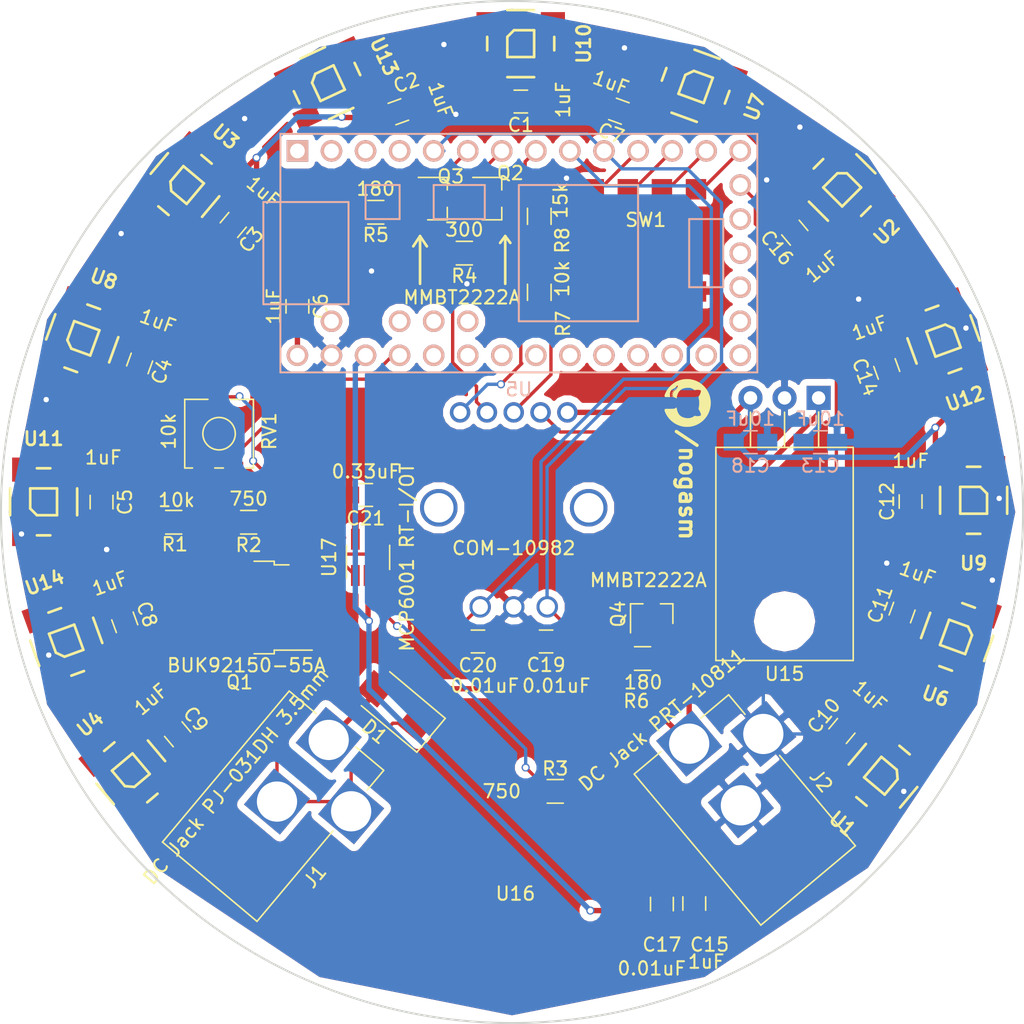
<source format=kicad_pcb>
(kicad_pcb (version 4) (host pcbnew 4.0.4+e1-6308~48~ubuntu15.10.1-stable)
  (layers (0 F.Cu signal hide) (31 B.Cu signal hide) (36 B.SilkS user) (37 F.SilkS user) (38 B.Mask user) (39 F.Mask user) (44 Edge.Cuts user))
  (net 0 "")
  (net 1 +5V)
  (net 2 GND)
  (net 3 +12V)
  (net 4 +3V3)
  (net 5 /ENC_B)
  (net 6 /ENC_A)
  (net 7 "Net-(C21-Pad1)")
  (net 8 "Net-(D1-Pad1)")
  (net 9 /ENC_R)
  (net 10 "Net-(Q2-Pad2)")
  (net 11 "Net-(Q2-Pad3)")
  (net 12 /ENC_G)
  (net 13 "Net-(Q3-Pad2)")
  (net 14 "Net-(Q3-Pad3)")
  (net 15 "Net-(Q4-Pad2)")
  (net 16 "Net-(Q4-Pad3)")
  (net 17 "Net-(R1-Pad2)")
  (net 18 "Net-(Q1-Pad2)")
  (net 19 "Net-(R3-Pad2)")
  (net 20 "Net-(R7-Pad1)")
  (net 21 /ENC_SW)
  (net 22 /VPRES)
  (net 23 "Net-(SW1-Pad5)")
  (net 24 "Net-(SW1-Pad6)")
  (net 25 "Net-(SW1-Pad7)")
  (net 26 "Net-(SW1-Pad8)")
  (net 27 "Net-(U1-Pad2)")
  (net 28 /5VIO)
  (net 29 "Net-(U2-Pad2)")
  (net 30 "Net-(U12-Pad2)")
  (net 31 "Net-(U3-Pad2)")
  (net 32 "Net-(U13-Pad2)")
  (net 33 "Net-(U14-Pad2)")
  (net 34 "Net-(U6-Pad2)")
  (net 35 "Net-(U10-Pad4)")
  (net 36 "Net-(U11-Pad4)")
  (net 37 "Net-(U12-Pad4)")
  (net 38 "Net-(U10-Pad2)")
  (net 39 "Net-(U11-Pad2)")
  (net 40 "Net-(RV1-Pad2)")
  (module Capacitors_SMD:C_0805_HandSoldering (layer F.Cu) (at 122.428 94.996 180)
    (fp_text reference C19 (at 0 -1.75 180) (layer F.SilkS))
    (fp_text value 0.01uF (at -0.762 -3.302 180) (layer F.SilkS))
    (pad 1 smd rect (at -1.25 0 180) (size 1.5 1.25) (layers F.Cu F.Mask) (net 5 /ENC_B))
    (pad 2 smd rect (at 1.25 0 180) (size 1.5 1.25) (layers F.Cu F.Mask) (net 2 GND))
  )
  (module Capacitors_SMD:C_0805_HandSoldering (layer F.Cu) (at 120.543 54.737 180)
    (fp_text reference C1 (at 0 -1.75 180) (layer F.SilkS))
    (fp_text value 1uF (at -3.155 0.127 270) (layer F.SilkS))
    (pad 1 smd rect (at -1.25 0 180) (size 1.5 1.25) (layers F.Cu F.Mask) (net 1 +5V))
    (pad 2 smd rect (at 1.25 0 180) (size 1.5 1.25) (layers F.Cu F.Mask) (net 2 GND))
  )
  (module Capacitors_SMD:C_0805_HandSoldering (layer F.Cu) (at 111.410616 55.499 20)
    (fp_text reference C2 (at 1.305417 -1.822427 20) (layer F.SilkS))
    (fp_text value 1uF (at 3.257871 0.239714 110) (layer F.SilkS))
    (pad 1 smd rect (at -1.25 0 20) (size 1.5 1.25) (layers F.Cu F.Mask) (net 1 +5V))
    (pad 2 smd rect (at 1.25 0 20) (size 1.5 1.25) (layers F.Cu F.Mask) (net 2 GND))
  )
  (module Capacitors_SMD:C_0805_HandSoldering (layer F.Cu) (at 99.101485 63.939444 230)
    (fp_text reference C3 (at 0 -1.75 230) (layer F.SilkS))
    (fp_text value 1uF (at -3.335982 -0.130785 320) (layer F.SilkS))
    (pad 1 smd rect (at -1.25 0 230) (size 1.5 1.25) (layers F.Cu F.Mask) (net 1 +5V))
    (pad 2 smd rect (at 1.25 0 230) (size 1.5 1.25) (layers F.Cu F.Mask) (net 2 GND))
  )
  (module Capacitors_SMD:C_0805_HandSoldering (layer F.Cu) (at 92.121525 74.263384 250)
    (fp_text reference C4 (at 0 -1.75 250) (layer F.SilkS))
    (fp_text value 1uF (at -3.415704 -0.193931 340) (layer F.SilkS))
    (pad 1 smd rect (at -1.25 0 250) (size 1.5 1.25) (layers F.Cu F.Mask) (net 1 +5V))
    (pad 2 smd rect (at 1.25 0 250) (size 1.5 1.25) (layers F.Cu F.Mask) (net 2 GND))
  )
  (module Capacitors_SMD:C_0805_HandSoldering (layer F.Cu) (at 89.281 84.602 270)
    (fp_text reference C5 (at 0 -1.75 270) (layer F.SilkS))
    (fp_text value 1uF (at -3.322 -0.127 360) (layer F.SilkS))
    (pad 1 smd rect (at -1.25 0 270) (size 1.5 1.25) (layers F.Cu F.Mask) (net 1 +5V))
    (pad 2 smd rect (at 1.25 0 270) (size 1.5 1.25) (layers F.Cu F.Mask) (net 2 GND))
  )
  (module Capacitors_SMD:C_0805_HandSoldering (layer F.Cu) (at 103.886 70.008616 270)
    (fp_text reference C6 (at 0 -1.75 270) (layer F.SilkS))
    (fp_text value 1uF (at 0 1.75 270) (layer F.SilkS))
    (pad 1 smd rect (at -1.25 0 270) (size 1.5 1.25) (layers F.Cu F.Mask) (net 2 GND))
    (pad 2 smd rect (at 1.25 0 270) (size 1.5 1.25) (layers F.Cu F.Mask) (net 1 +5V))
  )
  (module Capacitors_SMD:C_0805_HandSoldering (layer F.Cu) (at 127.855973 55.456372 160.1)
    (fp_text reference C7 (at 0 -1.75 160.1) (layer F.SilkS))
    (fp_text value 1uF (at 1.283592 1.787119 160.1) (layer F.SilkS))
    (pad 1 smd rect (at -1.25 0 160.1) (size 1.5 1.25) (layers F.Cu F.Mask) (net 1 +5V))
    (pad 2 smd rect (at 1.25 0 160.1) (size 1.5 1.25) (layers F.Cu F.Mask) (net 2 GND))
  )
  (module Capacitors_SMD:C_0805_HandSoldering (layer F.Cu) (at 91.012475 93.567384 290)
    (fp_text reference C8 (at 0 -1.75 290) (layer F.SilkS))
    (fp_text value 1uF (at -3.090149 0.042122 380) (layer F.SilkS))
    (pad 1 smd rect (at -1.25 0 290) (size 1.5 1.25) (layers F.Cu F.Mask) (net 1 +5V))
    (pad 2 smd rect (at 1.25 0 290) (size 1.5 1.25) (layers F.Cu F.Mask) (net 2 GND))
  )
  (module Capacitors_SMD:C_0805_HandSoldering (layer F.Cu) (at 94.954515 101.912444 310)
    (fp_text reference C9 (at 0 -1.75 310) (layer F.SilkS))
    (fp_text value 1uF (at -3.270002 -0.145425 400) (layer F.SilkS))
    (pad 1 smd rect (at -1.25 0 310) (size 1.5 1.25) (layers F.Cu F.Mask) (net 1 +5V))
    (pad 2 smd rect (at 1.25 0 310) (size 1.5 1.25) (layers F.Cu F.Mask) (net 2 GND))
  )
  (module Capacitors_SMD:C_0805_HandSoldering (layer F.Cu) (at 144.484515 101.668556 50)
    (fp_text reference C10 (at 0 -1.75 50) (layer F.SilkS))
    (fp_text value 1uF (at 3.33108 -0.088366 140) (layer F.SilkS))
    (pad 1 smd rect (at -1.25 0 50) (size 1.5 1.25) (layers F.Cu F.Mask) (net 1 +5V))
    (pad 2 smd rect (at 1.25 0 50) (size 1.5 1.25) (layers F.Cu F.Mask) (net 2 GND))
  )
  (module Capacitors_SMD:C_0805_HandSoldering (layer F.Cu) (at 148.971 92.837 70)
    (fp_text reference C11 (at 0 -1.75 70) (layer F.SilkS))
    (fp_text value 1uF (at 3.135771 0.075028 160) (layer F.SilkS))
    (pad 1 smd rect (at -1.25 0 70) (size 1.5 1.25) (layers F.Cu F.Mask) (net 1 +5V))
    (pad 2 smd rect (at 1.25 0 70) (size 1.5 1.25) (layers F.Cu F.Mask) (net 2 GND))
  )
  (module Capacitors_SMD:C_0805_HandSoldering (layer F.Cu) (at 149.606 84.562 90)
    (fp_text reference C12 (at 0 -1.75 90) (layer F.SilkS))
    (fp_text value 1uF (at 3.028 0 180) (layer F.SilkS))
    (pad 1 smd rect (at -1.25 0 90) (size 1.5 1.25) (layers F.Cu F.Mask) (net 1 +5V))
    (pad 2 smd rect (at 1.25 0 90) (size 1.5 1.25) (layers F.Cu F.Mask) (net 2 GND))
  )
  (module Capacitors_SMD:C_0805_HandSoldering (layer B.Cu) (at 142.875 80.137)
    (fp_text reference C13 (at 0 1.75) (layer B.SilkS) (effects (justify mirror)))
    (fp_text value 10uF (at 0 -1.75) (layer B.SilkS) (effects (justify mirror)))
    (pad 1 smd rect (at -1.25 0) (size 1.5 1.25) (layers B.Cu B.Mask) (net 3 +12V))
    (pad 2 smd rect (at 1.25 0) (size 1.5 1.25) (layers B.Cu B.Mask) (net 2 GND))
  )
  (module Capacitors_SMD:C_0805_HandSoldering (layer F.Cu) (at 147.828 74.676 110)
    (fp_text reference C14 (at 0 -1.75 110) (layer F.SilkS))
    (fp_text value 1uF (at 3.298549 -0.150932 200) (layer F.SilkS))
    (pad 1 smd rect (at -1.25 0 110) (size 1.5 1.25) (layers F.Cu F.Mask) (net 1 +5V))
    (pad 2 smd rect (at 1.25 0 110) (size 1.5 1.25) (layers F.Cu F.Mask) (net 2 GND))
  )
  (module Capacitors_SMD:C_0805_HandSoldering (layer F.Cu) (at 133.477 114.534 90)
    (fp_text reference C15 (at -3.068 1.143 180) (layer F.SilkS))
    (fp_text value 1uF (at -4.338 0.889 180) (layer F.SilkS))
    (pad 1 smd rect (at -1.25 0 90) (size 1.5 1.25) (layers F.Cu F.Mask) (net 4 +3V3))
    (pad 2 smd rect (at 1.25 0 90) (size 1.5 1.25) (layers F.Cu F.Mask) (net 2 GND))
  )
  (module Capacitors_SMD:C_0805_HandSoldering (layer F.Cu) (at 140.97 64.516 130)
    (fp_text reference C16 (at 0 -1.75 130) (layer F.SilkS))
    (fp_text value 1uF (at -3.251897 -0.076078 220) (layer F.SilkS))
    (pad 1 smd rect (at -1.25 0 130) (size 1.5 1.25) (layers F.Cu F.Mask) (net 1 +5V))
    (pad 2 smd rect (at 1.25 0 130) (size 1.5 1.25) (layers F.Cu F.Mask) (net 2 GND))
  )
  (module Capacitors_SMD:C_0805_HandSoldering (layer F.Cu) (at 131.064 114.574 90)
    (fp_text reference C17 (at -3.028 0 180) (layer F.SilkS))
    (fp_text value 0.01uF (at -4.806 -0.762 180) (layer F.SilkS))
    (pad 1 smd rect (at -1.25 0 90) (size 1.5 1.25) (layers F.Cu F.Mask) (net 4 +3V3))
    (pad 2 smd rect (at 1.25 0 90) (size 1.5 1.25) (layers F.Cu F.Mask) (net 2 GND))
  )
  (module Capacitors_SMD:C_0805_HandSoldering (layer B.Cu) (at 137.668 80.137)
    (fp_text reference C18 (at 0 1.75) (layer B.SilkS) (effects (justify mirror)))
    (fp_text value 10uF (at 0 -1.75) (layer B.SilkS) (effects (justify mirror)))
    (pad 1 smd rect (at -1.25 0) (size 1.5 1.25) (layers B.Cu B.Mask) (net 1 +5V))
    (pad 2 smd rect (at 1.25 0) (size 1.5 1.25) (layers B.Cu B.Mask) (net 2 GND))
  )
  (module Capacitors_SMD:C_0805_HandSoldering (layer F.Cu) (at 117.348 94.996)
    (fp_text reference C20 (at 0 1.778) (layer F.SilkS))
    (fp_text value 0.01uF (at 0.508 3.302) (layer F.SilkS))
    (pad 1 smd rect (at -1.25 0) (size 1.5 1.25) (layers F.Cu F.Mask) (net 6 /ENC_A))
    (pad 2 smd rect (at 1.25 0) (size 1.5 1.25) (layers F.Cu F.Mask) (net 2 GND))
  )
  (module Capacitors_SMD:C_0805_HandSoldering (layer F.Cu) (at 108.986 84.074 180)
    (fp_text reference C21 (at 0 -1.75 180) (layer F.SilkS))
    (fp_text value 0.33uF (at 0 1.75 180) (layer F.SilkS))
    (pad 1 smd rect (at -1.25 0 180) (size 1.5 1.25) (layers F.Cu F.Mask) (net 7 "Net-(C21-Pad1)"))
    (pad 2 smd rect (at 1.25 0 180) (size 1.5 1.25) (layers F.Cu F.Mask) (net 2 GND))
  )
  (module Connect:BARREL_JACK (layer F.Cu) (at 106.218726 102.337733 50)
    (fp_text reference J1 (at -8.45 5.75 230) (layer F.SilkS))
    (fp_text value "DC Jack PJ-031DH 3.5mm" (at -6.499902 -3.559414 50) (layer F.SilkS))
    (pad 1 thru_hole rect (at 0 0 50) (size 3.5 3.5) (drill 3) (layers *.Cu *.Mask) (net 3 +12V))
    (pad 2 thru_hole rect (at -6 0 50) (size 3.5 3.5) (drill 3) (layers *.Cu *.Mask) (net 8 "Net-(D1-Pad1)"))
    (pad 3 thru_hole rect (at -3 4.7 50) (size 3.5 3.5) (drill 3) (layers *.Cu *.Mask) (net 8 "Net-(D1-Pad1)"))
  )
  (module Connect:BARREL_JACK (layer F.Cu) (at 133.096 102.616 130)
    (fp_text reference J2 (at -8.45 5.75 310) (layer F.SilkS))
    (fp_text value "DC Jack PRT-10811" (at 2.668171 -0.413726 220) (layer F.SilkS))
    (pad 1 thru_hole rect (at 0 0 130) (size 3.5 3.5) (drill 3) (layers *.Cu *.Mask) (net 3 +12V))
    (pad 2 thru_hole rect (at -6 0 130) (size 3.5 3.5) (drill 3) (layers *.Cu *.Mask) (net 2 GND))
    (pad 3 thru_hole rect (at -3.000001 4.7 130) (size 3.5 3.5) (drill 3) (layers *.Cu *.Mask) (net 2 GND))
  )
  (module TO_SOT_Packages_SMD:TO-252-3_TabPin2 (layer F.Cu) (at 99.686 92.462 180)
    (fp_text reference Q1 (at 0.118 -5.582 180) (layer F.SilkS))
    (fp_text value BUK92150-55A (at -0.39 -4.312 180) (layer F.SilkS))
    (pad 1 smd rect (at -4.2 -2.28 180) (size 2.2 1.2) (layers F.Cu F.Mask) (net 8 "Net-(D1-Pad1)"))
    (pad 2 smd rect (at -4.2 0 180) (size 2.2 1.2) (layers F.Cu F.Mask) (net 18 "Net-(Q1-Pad2)"))
    (pad 3 smd rect (at -4.2 2.28 180) (size 2.2 1.2) (layers F.Cu F.Mask) (net 2 GND))
    (pad 2 smd rect (at 2.1 0 180) (size 6.4 5.8) (layers F.Cu F.Mask) (net 18 "Net-(Q1-Pad2)"))
    (pad 2 smd rect (at 3.775 1.525 180) (size 3.05 2.75) (layers F.Cu) (net 18 "Net-(Q1-Pad2)"))
    (pad 2 smd rect (at 0.425 -1.525 180) (size 3.05 2.75) (layers F.Cu) (net 18 "Net-(Q1-Pad2)"))
    (pad 2 smd rect (at 3.775 -1.525 180) (size 3.05 2.75) (layers F.Cu) (net 18 "Net-(Q1-Pad2)"))
    (pad 2 smd rect (at 0.425 1.525 180) (size 3.05 2.75) (layers F.Cu) (net 18 "Net-(Q1-Pad2)"))
  )
  (module TO_SOT_Packages_SMD:SOT-23 (layer F.Cu) (at 118.364 61.976)
    (fp_text reference Q2 (at 1.397 -1.905) (layer F.SilkS))
    (fp_text value MMBT2222A (at -2.2225 7.366) (layer F.SilkS))
    (pad 1 smd rect (at -1 -0.95) (size 0.9 0.8) (layers F.Cu F.Mask) (net 9 /ENC_R))
    (pad 2 smd rect (at -1 0.95) (size 0.9 0.8) (layers F.Cu F.Mask) (net 10 "Net-(Q2-Pad2)"))
    (pad 3 smd rect (at 1 0) (size 0.9 0.8) (layers F.Cu F.Mask) (net 11 "Net-(Q2-Pad3)"))
  )
  (module TO_SOT_Packages_SMD:SOT-23 (layer F.Cu) (at 114.3 61.976)
    (fp_text reference Q3 (at 1.016 -1.651) (layer F.SilkS))
    (fp_text value MMBT2222A)
    (pad 1 smd rect (at -1 -0.95) (size 0.9 0.8) (layers F.Cu F.Mask) (net 12 /ENC_G))
    (pad 2 smd rect (at -1 0.95) (size 0.9 0.8) (layers F.Cu F.Mask) (net 13 "Net-(Q3-Pad2)"))
    (pad 3 smd rect (at 1 0) (size 0.9 0.8) (layers F.Cu F.Mask) (net 14 "Net-(Q3-Pad3)"))
  )
  (module TO_SOT_Packages_SMD:SOT-23 (layer F.Cu) (at 130.302 92.948 90)
    (fp_text reference Q4 (at 0 -2.5 90) (layer F.SilkS))
    (fp_text value MMBT2222A (at 2.524 -0.254 180) (layer F.SilkS))
    (pad 1 smd rect (at -1 -0.95 90) (size 0.9 0.8) (layers F.Cu F.Mask) (net 5 /ENC_B))
    (pad 2 smd rect (at -1 0.95 90) (size 0.9 0.8) (layers F.Cu F.Mask) (net 15 "Net-(Q4-Pad2)"))
    (pad 3 smd rect (at 1 0 90) (size 0.9 0.8) (layers F.Cu F.Mask) (net 16 "Net-(Q4-Pad3)"))
  )
  (module Resistors_SMD:R_0805_HandSoldering (layer F.Cu) (at 94.662 86.106)
    (fp_text reference R1 (at 0.08 1.651) (layer F.SilkS))
    (fp_text value 10k (at 0.207 -1.651) (layer F.SilkS))
    (pad 1 smd rect (at -1.35 0) (size 1.5 1.3) (layers F.Cu F.Mask) (net 2 GND))
    (pad 2 smd rect (at 1.35 0) (size 1.5 1.3) (layers F.Cu F.Mask) (net 17 "Net-(R1-Pad2)"))
  )
  (module Resistors_SMD:R_0805_HandSoldering (layer F.Cu) (at 100.25 86.106 180)
    (fp_text reference R2 (at 0 -1.7 180) (layer F.SilkS))
    (fp_text value 750 (at 0 1.75 180) (layer F.SilkS))
    (pad 1 smd rect (at -1.35 0 180) (size 1.5 1.3) (layers F.Cu F.Mask) (net 18 "Net-(Q1-Pad2)"))
    (pad 2 smd rect (at 1.35 0 180) (size 1.5 1.3) (layers F.Cu F.Mask) (net 17 "Net-(R1-Pad2)"))
  )
  (module Resistors_SMD:R_0805_HandSoldering (layer F.Cu) (at 123.11 106.172)
    (fp_text reference R3 (at 0 -1.7) (layer F.SilkS))
    (fp_text value 750 (at -3.984 0) (layer F.SilkS))
    (pad 1 smd rect (at -1.35 0) (size 1.5 1.3) (layers F.Cu F.Mask) (net 7 "Net-(C21-Pad1)"))
    (pad 2 smd rect (at 1.35 0) (size 1.5 1.3) (layers F.Cu F.Mask) (net 19 "Net-(R3-Pad2)"))
  )
  (module Resistors_SMD:R_0805_HandSoldering (layer F.Cu) (at 116.332 66.04 180)
    (fp_text reference R4 (at 0 -1.7 180) (layer F.SilkS))
    (fp_text value 300 (at 0 1.75 180) (layer F.SilkS))
    (pad 1 smd rect (at -1.35 0 180) (size 1.5 1.3) (layers F.Cu F.Mask) (net 10 "Net-(Q2-Pad2)"))
    (pad 2 smd rect (at 1.35 0 180) (size 1.5 1.3) (layers F.Cu F.Mask) (net 2 GND))
  )
  (module Resistors_SMD:R_0805_HandSoldering (layer F.Cu) (at 109.728 62.992 180)
    (fp_text reference R5 (at 0 -1.7 180) (layer F.SilkS))
    (fp_text value 180 (at 0 1.75 180) (layer F.SilkS))
    (pad 1 smd rect (at -1.35 0 180) (size 1.5 1.3) (layers F.Cu F.Mask) (net 13 "Net-(Q3-Pad2)"))
    (pad 2 smd rect (at 1.35 0 180) (size 1.5 1.3) (layers F.Cu F.Mask) (net 2 GND))
  )
  (module Resistors_SMD:R_0805_HandSoldering (layer F.Cu) (at 129.62 96.266 180)
    (fp_text reference R6 (at 0.461 -3.175 180) (layer F.SilkS))
    (fp_text value 180 (at -0.047 -1.778 180) (layer F.SilkS))
    (pad 1 smd rect (at -1.35 0 180) (size 1.5 1.3) (layers F.Cu F.Mask) (net 15 "Net-(Q4-Pad2)"))
    (pad 2 smd rect (at 1.35 0 180) (size 1.5 1.3) (layers F.Cu F.Mask) (net 2 GND))
  )
  (module Resistors_SMD:R_0805_HandSoldering (layer F.Cu) (at 121.92 68.961 90)
    (fp_text reference R7 (at -2.3495 1.778 90) (layer F.SilkS))
    (fp_text value 10k (at 1.016 1.7145 90) (layer F.SilkS))
    (pad 1 smd rect (at -1.35 0 90) (size 1.5 1.3) (layers F.Cu F.Mask) (net 20 "Net-(R7-Pad1)"))
    (pad 2 smd rect (at 1.35 0 90) (size 1.5 1.3) (layers F.Cu F.Mask) (net 21 /ENC_SW))
  )
  (module Resistors_SMD:R_0805_HandSoldering (layer F.Cu) (at 121.92 63.293 90)
    (fp_text reference R8 (at -1.7945 1.7145 90) (layer F.SilkS))
    (fp_text value 15k (at 1.19 1.5875 90) (layer F.SilkS))
    (pad 1 smd rect (at -1.35 0 90) (size 1.5 1.3) (layers F.Cu F.Mask) (net 21 /ENC_SW))
    (pad 2 smd rect (at 1.35 0 90) (size 1.5 1.3) (layers F.Cu F.Mask) (net 2 GND))
  )
  (module Potentiometers:Potentiometer_Trimmer_Vishay_TS53YL (layer F.Cu) (at 98.044 79.502 270)
    (fp_text reference RV1 (at -0.18 -3.75 270) (layer F.SilkS))
    (fp_text value 10k (at -0.18 3.75 270) (layer F.SilkS))
    (pad 1 smd rect (at 2.75 -1.15 270) (size 1.3 1.3) (layers F.Cu F.Mask) (net 22 /VPRES))
    (pad 2 smd rect (at -2.75 0 270) (size 2 1.3) (layers F.Cu F.Mask) (net 40 "Net-(RV1-Pad2)"))
    (pad 3 smd rect (at 2.75 1.15 270) (size 1.3 1.3) (layers F.Cu F.Mask) (net 2 GND))
  )
  (module TO_SOT_Packages_SMD:SOT-23-5_HandSoldering (layer F.Cu) (at 109.154 88.726 90)
    (fp_text reference U17 (at 0 -2.9 90) (layer F.SilkS))
    (fp_text value "MCP6001 RT-I/OT" (at 0 2.9 90) (layer F.SilkS))
    (pad 1 smd rect (at -1.35 -0.95 90) (size 1.56 0.65) (layers F.Cu F.Mask) (net 22 /VPRES))
    (pad 2 smd rect (at -1.35 0 90) (size 1.56 0.65) (layers F.Cu F.Mask) (net 4 +3V3))
    (pad 3 smd rect (at -1.35 0.95 90) (size 1.56 0.65) (layers F.Cu F.Mask) (net 7 "Net-(C21-Pad1)"))
    (pad 4 smd rect (at 1.35 0.95 90) (size 1.56 0.65) (layers F.Cu F.Mask) (net 40 "Net-(RV1-Pad2)"))
    (pad 5 smd rect (at 1.35 -0.95 90) (size 1.56 0.65) (layers F.Cu F.Mask) (net 2 GND))
  )
  (module sma:COM-10982 (layer F.Cu) (at 120.0145 85.0265)
    (fp_text reference COM-10982 (at 0 3.011) (layer F.SilkS))
    (fp_text value Rotary_Encoder_Switch_RGB)
    (pad 3 thru_hole circle (at 0 -7.112) (size 1.525 1.525) (drill 1) (layers *.Cu *.Mask) (net 20 "Net-(R7-Pad1)"))
    (pad 4 thru_hole circle (at 2 -7.112) (size 1.525 1.525) (drill 1) (layers *.Cu *.Mask) (net 16 "Net-(Q4-Pad3)"))
    (pad 2 thru_hole circle (at -2 -7.112) (size 1.525 1.525) (drill 1) (layers *.Cu *.Mask) (net 14 "Net-(Q3-Pad3)"))
    (pad 1 thru_hole circle (at -4 -7.112) (size 1.525 1.525) (drill 1) (layers *.Cu *.Mask) (net 11 "Net-(Q2-Pad3)"))
    (pad 5 thru_hole circle (at 4 -7.112) (size 1.525 1.525) (drill 1) (layers *.Cu *.Mask) (net 1 +5V))
    (pad C thru_hole circle (at 0 7.388) (size 1.6 1.6) (drill 1.15) (layers *.Cu *.Mask) (net 2 GND))
    (pad B thru_hole circle (at 2.5 7.388) (size 1.6 1.6) (drill 1.15) (layers *.Cu *.Mask) (net 5 /ENC_B))
    (pad A thru_hole circle (at -2.5 7.388) (size 1.6 1.6) (drill 1.15) (layers *.Cu *.Mask) (net 6 /ENC_A))
    (pad ~ thru_hole circle (at 5.588 0) (size 2.8 2.8) (drill 2.2) (layers *.Cu *.Mask))
    (pad ~ thru_hole circle (at -5.588 0 90) (size 2.8 2.8) (drill 2.2) (layers *.Cu *.Mask))
  )
  (module nogasm:github (layer F.Cu) (at 132.969 77.216 270)
    (fp_text reference G*** hide)
    (fp_text value LOGO hide)
  )
  (module nogasm:WS2812B (layer F.Cu) (at 86.646356 95.021596 20)
    (fp_text reference U14 (at 0 -4.7 20) (layer F.SilkS) (effects (font (thickness 0.2))))
    (fp_text value WS2812B hide)
    (pad 1 smd rect (at 1.65 -2.4 20) (size 1.4 1.8) (layers F.Cu F.Mask) (net 1 +5V))
    (pad 2 smd rect (at -1.65 -2.4 20) (size 1.4 1.8) (layers F.Cu F.Mask) (net 33 "Net-(U14-Pad2)"))
    (pad 3 smd rect (at -1.65 2.4 20) (size 1.4 1.8) (layers F.Cu F.Mask) (net 2 GND))
    (pad 4 smd rect (at 1.65 2.4 20) (size 1.4 1.8) (layers F.Cu F.Mask) (net 39 "Net-(U11-Pad2)"))
  )
  (module nogasm:WS2812B (layer F.Cu) (at 106.093541 53.366876 295)
    (fp_text reference U13 (at 0 -4.7 295) (layer F.SilkS) (effects (font (thickness 0.2))))
    (fp_text value WS2812B hide)
    (pad 1 smd rect (at 1.65 -2.4 295) (size 1.4 1.8) (layers F.Cu F.Mask) (net 1 +5V))
    (pad 2 smd rect (at -1.65 -2.4 295) (size 1.4 1.8) (layers F.Cu F.Mask) (net 32 "Net-(U13-Pad2)"))
    (pad 3 smd rect (at -1.65 2.4 295) (size 1.4 1.8) (layers F.Cu F.Mask) (net 2 GND))
    (pad 4 smd rect (at 1.65 2.4 295) (size 1.4 1.8) (layers F.Cu F.Mask) (net 38 "Net-(U10-Pad2)"))
  )
  (module nogasm:WS2812B (layer F.Cu) (at 152.060659 72.477071 200)
    (fp_text reference U12 (at 0 -4.7 200) (layer F.SilkS) (effects (font (thickness 0.2))))
    (fp_text value WS2812B hide)
    (pad 1 smd rect (at 1.65 -2.4 200) (size 1.4 1.8) (layers F.Cu F.Mask) (net 1 +5V))
    (pad 2 smd rect (at -1.65 -2.4 200) (size 1.4 1.8) (layers F.Cu F.Mask) (net 30 "Net-(U12-Pad2)"))
    (pad 3 smd rect (at -1.65 2.4 200) (size 1.4 1.8) (layers F.Cu F.Mask) (net 2 GND))
    (pad 4 smd rect (at 1.65 2.4 200) (size 1.4 1.8) (layers F.Cu F.Mask) (net 37 "Net-(U12-Pad4)"))
  )
  (module nogasm:WS2812B (layer F.Cu) (at 84.962 84.582)
    (fp_text reference U11 (at 0 -4.7) (layer F.SilkS) (effects (font (thickness 0.2))))
    (fp_text value WS2812B hide)
    (pad 1 smd rect (at 1.65 -2.4) (size 1.4 1.8) (layers F.Cu F.Mask) (net 1 +5V))
    (pad 2 smd rect (at -1.65 -2.4) (size 1.4 1.8) (layers F.Cu F.Mask) (net 39 "Net-(U11-Pad2)"))
    (pad 3 smd rect (at -1.65 2.4) (size 1.4 1.8) (layers F.Cu F.Mask) (net 2 GND))
    (pad 4 smd rect (at 1.65 2.4) (size 1.4 1.8) (layers F.Cu F.Mask) (net 36 "Net-(U11-Pad4)"))
  )
  (module nogasm:WS2812B (layer F.Cu) (at 120.536 50.418 270)
    (fp_text reference U10 (at 0 -4.7 270) (layer F.SilkS) (effects (font (thickness 0.2))))
    (fp_text value WS2812B hide)
    (pad 1 smd rect (at 1.65 -2.4 270) (size 1.4 1.8) (layers F.Cu F.Mask) (net 1 +5V))
    (pad 2 smd rect (at -1.65 -2.4 270) (size 1.4 1.8) (layers F.Cu F.Mask) (net 38 "Net-(U10-Pad2)"))
    (pad 3 smd rect (at -1.65 2.4 270) (size 1.4 1.8) (layers F.Cu F.Mask) (net 2 GND))
    (pad 4 smd rect (at 1.65 2.4 270) (size 1.4 1.8) (layers F.Cu F.Mask) (net 35 "Net-(U10-Pad4)"))
  )
  (module nogasm:WS2812B (layer F.Cu) (at 154.306 84.468 180)
    (fp_text reference U9 (at 0 -4.7 180) (layer F.SilkS) (effects (font (thickness 0.2))))
    (fp_text value WS2812B hide)
    (pad 1 smd rect (at 1.65 -2.4 180) (size 1.4 1.8) (layers F.Cu F.Mask) (net 1 +5V))
    (pad 2 smd rect (at -1.65 -2.4 180) (size 1.4 1.8) (layers F.Cu F.Mask) (net 37 "Net-(U12-Pad4)"))
    (pad 3 smd rect (at -1.65 2.4 180) (size 1.4 1.8) (layers F.Cu F.Mask) (net 2 GND))
    (pad 4 smd rect (at 1.65 2.4 180) (size 1.4 1.8) (layers F.Cu F.Mask) (net 34 "Net-(U6-Pad2)"))
  )
  (module nogasm:WS2812B (layer F.Cu) (at 133.578404 53.561644 250)
    (fp_text reference U7 (at 0 -4.7 250) (layer F.SilkS) (effects (font (thickness 0.2))))
    (fp_text value WS2812B hide)
    (pad 1 smd rect (at 1.65 -2.4 250) (size 1.4 1.8) (layers F.Cu F.Mask) (net 1 +5V))
    (pad 2 smd rect (at -1.65 -2.4 250) (size 1.4 1.8) (layers F.Cu F.Mask) (net 35 "Net-(U10-Pad4)"))
    (pad 3 smd rect (at -1.65 2.4 250) (size 1.4 1.8) (layers F.Cu F.Mask) (net 2 GND))
    (pad 4 smd rect (at 1.65 2.4 250) (size 1.4 1.8) (layers F.Cu F.Mask) (net 29 "Net-(U2-Pad2)"))
  )
  (module nogasm:WS2812B (layer F.Cu) (at 153.076659 94.654929 160)
    (fp_text reference U6 (at 0 -4.7 160) (layer F.SilkS) (effects (font (thickness 0.2))))
    (fp_text value WS2812B hide)
    (pad 1 smd rect (at 1.65 -2.4 160) (size 1.4 1.8) (layers F.Cu F.Mask) (net 1 +5V))
    (pad 2 smd rect (at -1.65 -2.4 160) (size 1.4 1.8) (layers F.Cu F.Mask) (net 34 "Net-(U6-Pad2)"))
    (pad 3 smd rect (at -1.65 2.4 160) (size 1.4 1.8) (layers F.Cu F.Mask) (net 2 GND))
    (pad 4 smd rect (at 1.65 2.4 160) (size 1.4 1.8) (layers F.Cu F.Mask) (net 27 "Net-(U1-Pad2)"))
  )
  (module nogasm:WS2812B (layer F.Cu) (at 91.464717 104.753106 40)
    (fp_text reference U4 (at 0 -4.7 40) (layer F.SilkS) (effects (font (thickness 0.2))))
    (fp_text value WS2812B hide)
    (pad 1 smd rect (at 1.65 -2.4 40) (size 1.4 1.8) (layers F.Cu F.Mask) (net 1 +5V))
    (pad 2 smd rect (at -1.65 -2.4 40) (size 1.4 1.8) (layers F.Cu F.Mask))
    (pad 3 smd rect (at -1.65 2.4 40) (size 1.4 1.8) (layers F.Cu F.Mask) (net 2 GND))
    (pad 4 smd rect (at 1.65 2.4 40) (size 1.4 1.8) (layers F.Cu F.Mask) (net 33 "Net-(U14-Pad2)"))
  )
  (module nogasm:WS2812B (layer F.Cu) (at 95.504 60.96 320)
    (fp_text reference U3 (at 0 -4.7 320) (layer F.SilkS) (effects (font (thickness 0.2))))
    (fp_text value WS2812B hide)
    (pad 1 smd rect (at 1.65 -2.4 320) (size 1.4 1.8) (layers F.Cu F.Mask) (net 1 +5V))
    (pad 2 smd rect (at -1.65 -2.4 320) (size 1.4 1.8) (layers F.Cu F.Mask) (net 31 "Net-(U3-Pad2)"))
    (pad 3 smd rect (at -1.65 2.4 320) (size 1.4 1.8) (layers F.Cu F.Mask) (net 2 GND))
    (pad 4 smd rect (at 1.65 2.4 320) (size 1.4 1.8) (layers F.Cu F.Mask) (net 32 "Net-(U13-Pad2)"))
  )
  (module nogasm:WS2812B (layer F.Cu) (at 144.50367 61.144218 225)
    (fp_text reference U2 (at 0 -4.7 225) (layer F.SilkS) (effects (font (thickness 0.2))))
    (fp_text value WS2812B hide)
    (pad 1 smd rect (at 1.65 -2.4 225) (size 1.4 1.8) (layers F.Cu F.Mask) (net 1 +5V))
    (pad 2 smd rect (at -1.65 -2.4 225) (size 1.4 1.8) (layers F.Cu F.Mask) (net 29 "Net-(U2-Pad2)"))
    (pad 3 smd rect (at -1.65 2.4 225) (size 1.4 1.8) (layers F.Cu F.Mask) (net 2 GND))
    (pad 4 smd rect (at 1.65 2.4 225) (size 1.4 1.8) (layers F.Cu F.Mask) (net 30 "Net-(U12-Pad2)"))
  )
  (module nogasm:WS2812B (layer F.Cu) (at 147.549283 105.007106 140)
    (fp_text reference U1 (at 0 -4.7 140) (layer F.SilkS) (effects (font (thickness 0.2))))
    (fp_text value WS2812B hide)
    (pad 1 smd rect (at 1.65 -2.4 140) (size 1.4 1.8) (layers F.Cu F.Mask) (net 1 +5V))
    (pad 2 smd rect (at -1.65 -2.4 140) (size 1.4 1.8) (layers F.Cu F.Mask) (net 27 "Net-(U1-Pad2)"))
    (pad 3 smd rect (at -1.65 2.4 140) (size 1.4 1.8) (layers F.Cu F.Mask) (net 2 GND))
    (pad 4 smd rect (at 1.65 2.4 140) (size 1.4 1.8) (layers F.Cu F.Mask) (net 28 /5VIO))
  )
  (module nogasm:WS2812B (layer F.Cu) (at 87.840612 72.39 340)
    (fp_text reference U8 (at 0 -4.7 340) (layer F.SilkS) (effects (font (thickness 0.2))))
    (fp_text value WS2812B hide)
    (pad 1 smd rect (at 1.65 -2.4 340) (size 1.4 1.8) (layers F.Cu F.Mask) (net 1 +5V))
    (pad 2 smd rect (at -1.65 -2.4 340) (size 1.4 1.8) (layers F.Cu F.Mask) (net 36 "Net-(U11-Pad4)"))
    (pad 3 smd rect (at -1.65 2.4 340) (size 1.4 1.8) (layers F.Cu F.Mask) (net 2 GND))
    (pad 4 smd rect (at 1.65 2.4 340) (size 1.4 1.8) (layers F.Cu F.Mask) (net 31 "Net-(U3-Pad2)"))
  )
  (module nogasm:D_SMA_0202 (layer F.Cu) (at 111.243911 99.806425 140)
    (fp_text reference D1 (at 0 -2.5 140) (layer F.SilkS))
    (fp_text value MRA4004T3G)
    (pad 1 smd rect (at -2 0 140) (size 2 2) (layers F.Cu F.Mask) (net 8 "Net-(D1-Pad1)"))
    (pad 2 smd rect (at 2 0 140) (size 2 2) (layers F.Cu F.Mask) (net 3 +12V))
  )
  (module nogasm:Teensy30_31_32_LC (layer B.Cu) (at 120.396 66.04)
    (fp_text reference U5 (at 0 10.16) (layer B.SilkS) (effects (justify mirror)))
    (fp_text value Teensy-LC)
    (pad 17 thru_hole circle (at 16.51 0) (size 1.6 1.6) (drill 1.1) (layers *.Cu *.Mask B.SilkS))
    (pad 18 thru_hole circle (at 16.51 2.54) (size 1.6 1.6) (drill 1.1) (layers *.Cu *.Mask B.SilkS))
    (pad 19 thru_hole circle (at 16.51 5.08) (size 1.6 1.6) (drill 1.1) (layers *.Cu *.Mask B.SilkS))
    (pad 20 thru_hole circle (at 16.51 7.62) (size 1.6 1.6) (drill 1.1) (layers *.Cu *.Mask B.SilkS))
    (pad 16 thru_hole circle (at 16.51 -2.54) (size 1.6 1.6) (drill 1.1) (layers *.Cu *.Mask B.SilkS))
    (pad 15 thru_hole circle (at 16.51 -5.08) (size 1.6 1.6) (drill 1.1) (layers *.Cu *.Mask B.SilkS) (net 28 /5VIO))
    (pad 14 thru_hole circle (at 16.51 -7.62) (size 1.6 1.6) (drill 1.1) (layers *.Cu *.Mask B.SilkS) (net 23 "Net-(SW1-Pad5)"))
    (pad 21 thru_hole circle (at 13.97 7.62) (size 1.6 1.6) (drill 1.1) (layers *.Cu *.Mask B.SilkS))
    (pad 22 thru_hole circle (at 11.43 7.62) (size 1.6 1.6) (drill 1.1) (layers *.Cu *.Mask B.SilkS))
    (pad 23 thru_hole circle (at 8.89 7.62) (size 1.6 1.6) (drill 1.1) (layers *.Cu *.Mask B.SilkS))
    (pad 24 thru_hole circle (at 6.35 7.62) (size 1.6 1.6) (drill 1.1) (layers *.Cu *.Mask B.SilkS))
    (pad 25 thru_hole circle (at 3.81 7.62) (size 1.6 1.6) (drill 1.1) (layers *.Cu *.Mask B.SilkS))
    (pad 26 thru_hole circle (at 1.27 7.62) (size 1.6 1.6) (drill 1.1) (layers *.Cu *.Mask B.SilkS))
    (pad 27 thru_hole circle (at -1.27 7.62) (size 1.6 1.6) (drill 1.1) (layers *.Cu *.Mask B.SilkS))
    (pad 28 thru_hole circle (at -3.81 7.62) (size 1.6 1.6) (drill 1.1) (layers *.Cu *.Mask B.SilkS))
    (pad 29 thru_hole circle (at -6.35 7.62) (size 1.6 1.6) (drill 1.1) (layers *.Cu *.Mask B.SilkS))
    (pad 30 thru_hole circle (at -8.89 7.62) (size 1.6 1.6) (drill 1.1) (layers *.Cu *.Mask B.SilkS) (net 17 "Net-(R1-Pad2)"))
    (pad 31 thru_hole circle (at -11.43 7.62) (size 1.6 1.6) (drill 1.1) (layers *.Cu *.Mask B.SilkS) (net 4 +3V3))
    (pad 32 thru_hole circle (at -13.97 7.62) (size 1.6 1.6) (drill 1.1) (layers *.Cu *.Mask B.SilkS) (net 2 GND))
    (pad 33 thru_hole circle (at -16.51 7.62) (size 1.6 1.6) (drill 1.1) (layers *.Cu *.Mask B.SilkS) (net 1 +5V))
    (pad 34 thru_hole circle (at -13.97 5.08) (size 1.6 1.6) (drill 1.1) (layers *.Cu *.Mask B.SilkS))
    (pad 35 thru_hole circle (at -8.89 5.08) (size 1.6 1.6) (drill 1.1) (layers *.Cu *.Mask B.SilkS))
    (pad 36 thru_hole circle (at -6.35 5.08) (size 1.6 1.6) (drill 1.1) (layers *.Cu *.Mask B.SilkS))
    (pad 37 thru_hole circle (at -3.81 5.08) (size 1.6 1.6) (drill 1.1) (layers *.Cu *.Mask B.SilkS))
    (pad 13 thru_hole circle (at 13.97 -7.62) (size 1.6 1.6) (drill 1.1) (layers *.Cu *.Mask B.SilkS) (net 24 "Net-(SW1-Pad6)"))
    (pad 12 thru_hole circle (at 11.43 -7.62) (size 1.6 1.6) (drill 1.1) (layers *.Cu *.Mask B.SilkS) (net 25 "Net-(SW1-Pad7)"))
    (pad 11 thru_hole circle (at 8.89 -7.62) (size 1.6 1.6) (drill 1.1) (layers *.Cu *.Mask B.SilkS) (net 26 "Net-(SW1-Pad8)"))
    (pad 10 thru_hole circle (at 6.35 -7.62) (size 1.6 1.6) (drill 1.1) (layers *.Cu *.Mask B.SilkS) (net 5 /ENC_B))
    (pad 9 thru_hole circle (at 3.81 -7.62) (size 1.6 1.6) (drill 1.1) (layers *.Cu *.Mask B.SilkS) (net 6 /ENC_A))
    (pad 8 thru_hole circle (at 1.27 -7.62) (size 1.6 1.6) (drill 1.1) (layers *.Cu *.Mask B.SilkS) (net 21 /ENC_SW))
    (pad 7 thru_hole circle (at -1.27 -7.62) (size 1.6 1.6) (drill 1.1) (layers *.Cu *.Mask B.SilkS) (net 9 /ENC_R))
    (pad 6 thru_hole circle (at -3.81 -7.62) (size 1.6 1.6) (drill 1.1) (layers *.Cu *.Mask B.SilkS) (net 12 /ENC_G))
    (pad 5 thru_hole circle (at -6.35 -7.62) (size 1.6 1.6) (drill 1.1) (layers *.Cu *.Mask B.SilkS) (net 5 /ENC_B))
    (pad 4 thru_hole circle (at -8.89 -7.62) (size 1.6 1.6) (drill 1.1) (layers *.Cu *.Mask B.SilkS))
    (pad 3 thru_hole circle (at -11.43 -7.62) (size 1.6 1.6) (drill 1.1) (layers *.Cu *.Mask B.SilkS))
    (pad 2 thru_hole circle (at -13.97 -7.62) (size 1.6 1.6) (drill 1.1) (layers *.Cu *.Mask B.SilkS))
    (pad 1 thru_hole rect (at -16.51 -7.62) (size 1.6 1.6) (drill 1.1) (layers *.Cu *.Mask B.SilkS))
  )
  (module nogasm:MP3V5050GP (layer F.Cu) (at 119.888 113.792 180)
    (fp_text reference U16 (at -0.254 -0.008 180) (layer F.SilkS))
    (fp_text value MP3V5050GP)
    (pad 1 smd rect (at -8.255 -3.81 180) (size 2.45 1.52) (layers F.Cu F.Mask))
    (pad 2 smd rect (at -8.255 -1.27 180) (size 2.45 1.52) (layers F.Cu F.Mask) (net 4 +3V3))
    (pad 3 smd rect (at -8.255 1.27 180) (size 2.45 1.52) (layers F.Cu F.Mask) (net 2 GND))
    (pad 4 smd rect (at -8.255 3.81 180) (size 2.45 1.52) (layers F.Cu F.Mask) (net 19 "Net-(R3-Pad2)"))
    (pad 8 smd rect (at 8.509 -3.81 180) (size 2.45 1.52) (layers F.Cu F.Mask))
    (pad 5 smd rect (at 8.509 3.81 180) (size 2.45 1.52) (layers F.Cu F.Mask))
    (pad 7 smd rect (at 8.509 -1.27 180) (size 2.45 1.52) (layers F.Cu F.Mask))
    (pad 6 smd rect (at 8.509 1.27 180) (size 2.45 1.52) (layers F.Cu F.Mask))
  )
  (module nogasm:SW_DIP_4_SMD (layer F.Cu) (at 129.794 65.0875 180)
    (fp_text reference SW1 (at -0.0635 1.524 180) (layer F.SilkS))
    (fp_text value SW_DIP_x04)
    (pad 2 smd rect (at 1.27 -3.81 180) (size 1.524 1.524) (layers F.Cu F.Mask) (net 2 GND))
    (pad 3 smd rect (at -1.27 -3.81 180) (size 1.524 1.524) (layers F.Cu F.Mask) (net 2 GND))
    (pad 4 smd rect (at -3.81 -3.81 180) (size 1.524 1.524) (layers F.Cu F.Mask) (net 2 GND))
    (pad 1 smd rect (at 3.81 -3.81 180) (size 1.524 1.524) (layers F.Cu F.Mask) (net 2 GND))
    (pad 8 smd rect (at 3.81 3.81 180) (size 1.524 1.524) (layers F.Cu F.Mask) (net 26 "Net-(SW1-Pad8)"))
    (pad 7 smd rect (at 1.27 3.81 180) (size 1.524 1.524) (layers F.Cu F.Mask) (net 25 "Net-(SW1-Pad7)"))
    (pad 6 smd rect (at -1.27 3.81 180) (size 1.524 1.524) (layers F.Cu F.Mask) (net 24 "Net-(SW1-Pad6)"))
    (pad 5 smd rect (at -3.81 3.81 180) (size 1.524 1.524) (layers F.Cu F.Mask) (net 23 "Net-(SW1-Pad5)"))
  )
  (module TO_SOT_Packages_THT:TO-220_Horizontal (layer F.Cu) (at 142.748 76.835 180)
    (fp_text reference U15 (at 2.54 -20.58 180) (layer F.SilkS))
    (fp_text value LM7805CT)
    (pad 0 np_thru_hole oval (at 2.54 -16.66 180) (size 3.5 3.5) (drill 3.5) (layers *.Cu *.Mask))
    (pad 1 thru_hole rect (at 0 0 180) (size 1.8 1.8) (drill 1) (layers *.Cu *.Mask) (net 3 +12V))
    (pad 2 thru_hole oval (at 2.54 0 180) (size 1.8 1.8) (drill 1) (layers *.Cu *.Mask) (net 2 GND))
    (pad 3 thru_hole oval (at 5.08 0 180) (size 1.8 1.8) (drill 1) (layers *.Cu *.Mask) (net 1 +5V))
  )
  (gr_text /nogasm (at 132.969 83.312 270) (layer F.SilkS) (effects (font (size 1.2 1.2) (thickness 0.25))))
  (gr_line (start 113.03 64.77) (end 113.538 65.532) (layer F.SilkS) (width 0.2))
  (gr_line (start 119.38 64.77) (end 118.999 65.278) (layer F.SilkS) (width 0.2))
  (gr_line (start 113.03 64.77) (end 112.522 65.532) (layer F.SilkS) (width 0.2))
  (gr_line (start 113.03 68.326) (end 113.03 64.77) (layer F.SilkS) (width 0.2))
  (gr_line (start 119.761 65.278) (end 119.38 64.77) (layer F.SilkS) (width 0.2))
  (gr_line (start 119.38 64.77) (end 119.38 68.326) (layer F.SilkS) (width 0.2))
  (gr_circle (center 119.888 85.344) (end 157 76.708) (layer Edge.Cuts) (width 0.15))
  (segment (start 124.0145 77.9145) (end 136.5885 77.9145) (width 0.4) (layer F.Cu) (net 1))
  (segment (start 136.5885 77.9145) (end 137.668 76.835) (width 0.4) (layer F.Cu) (net 1))
  (segment (start 136.164 79.883) (end 136.418 80.137) (width 0.4) (layer B.Cu) (net 1))
  (segment (start 122.936 52.068) (end 124.585 52.068) (width 0.4) (layer F.Cu) (net 1))
  (segment (start 126.0475 53.5305) (end 127.446812 53.5305) (width 0.4) (layer F.Cu) (net 1))
  (segment (start 124.585 52.068) (end 126.0475 53.5305) (width 0.4) (layer F.Cu) (net 1))
  (segment (start 127.446812 53.5305) (end 129.032 55.115688) (width 0.4) (layer F.Cu) (net 1))
  (segment (start 129.032 55.115688) (end 129.032 55.88) (width 0.4) (layer F.Cu) (net 1))
  (segment (start 129.084985 55.932985) (end 135.269333 55.932985) (width 0.4) (layer F.Cu) (net 1))
  (segment (start 129.032 55.88) (end 129.084985 55.932985) (width 0.4) (layer F.Cu) (net 1))
  (segment (start 87.376 92.202) (end 88.155999 91.422001) (width 0.4) (layer F.Cu) (net 1))
  (segment (start 88.155999 91.422001) (end 88.155999 84.602001) (width 0.4) (layer F.Cu) (net 1))
  (segment (start 88.155999 84.602001) (end 89.281 83.477) (width 0.4) (layer F.Cu) (net 1))
  (segment (start 89.281 83.477) (end 89.281 83.352) (width 0.4) (layer F.Cu) (net 1))
  (segment (start 91.186 101.854) (end 91.186 96.444449) (width 0.4) (layer F.Cu) (net 1))
  (segment (start 91.186 96.444449) (end 90.026612 95.285061) (width 0.4) (layer F.Cu) (net 1))
  (segment (start 90.026612 95.285061) (end 90.026612 92.951106) (width 0.4) (layer F.Cu) (net 1))
  (segment (start 90.026612 92.951106) (end 90.58495 92.392768) (width 0.4) (layer F.Cu) (net 1))
  (segment (start 110.236 55.926525) (end 110.236 55.161414) (width 0.4) (layer F.Cu) (net 1))
  (segment (start 110.236 55.161414) (end 112.057414 53.34) (width 0.4) (layer F.Cu) (net 1))
  (segment (start 112.057414 53.34) (end 120.271 53.34) (width 0.4) (layer F.Cu) (net 1))
  (segment (start 120.271 53.34) (end 121.668 54.737) (width 0.4) (layer F.Cu) (net 1))
  (segment (start 121.668 54.737) (end 121.793 54.737) (width 0.4) (layer F.Cu) (net 1))
  (segment (start 98.310664 60.182093) (end 99.583899 60.182093) (width 0.4) (layer F.Cu) (net 1))
  (segment (start 99.583899 60.182093) (end 100.838 58.927992) (width 0.4) (layer F.Cu) (net 1))
  (segment (start 100.838 62.048858) (end 100.838 58.927992) (width 0.4) (layer F.Cu) (net 1))
  (segment (start 99.90497 62.981888) (end 100.838 62.048858) (width 0.4) (layer F.Cu) (net 1))
  (segment (start 103.885992 55.88) (end 100.838 58.927992) (width 0.4) (layer B.Cu) (net 1))
  (segment (start 107.188 55.88) (end 103.885992 55.88) (width 0.4) (layer B.Cu) (net 1))
  (via (at 100.838 58.927992) (size 0.6) (drill 0.4) (layers F.Cu B.Cu) (net 1))
  (segment (start 151.455999 79.05109) (end 149.245088 81.262001) (width 0.4) (layer B.Cu) (net 1))
  (segment (start 149.245088 81.262001) (end 137.668001 81.262001) (width 0.4) (layer B.Cu) (net 1))
  (segment (start 137.668001 81.262001) (end 136.543 80.137) (width 0.4) (layer B.Cu) (net 1))
  (segment (start 136.543 80.137) (end 136.418 80.137) (width 0.4) (layer B.Cu) (net 1))
  (via (at 151.455999 79.05109) (size 0.6) (drill 0.4) (layers F.Cu B.Cu) (net 1))
  (segment (start 103.886 71.258616) (end 103.886 71.133616) (width 0.4) (layer F.Cu) (net 1))
  (segment (start 100.622003 67.869619) (end 100.622003 63.698921) (width 0.4) (layer F.Cu) (net 1))
  (segment (start 100.622003 63.698921) (end 99.90497 62.981888) (width 0.4) (layer F.Cu) (net 1))
  (segment (start 103.886 71.133616) (end 100.622003 67.869619) (width 0.4) (layer F.Cu) (net 1))
  (segment (start 108.966 53.848) (end 108.966 54.656525) (width 0.4) (layer F.Cu) (net 1))
  (segment (start 108.966 54.656525) (end 110.236 55.926525) (width 0.4) (layer F.Cu) (net 1))
  (segment (start 107.234525 55.926525) (end 107.188 55.88) (width 0.4) (layer F.Cu) (net 1))
  (segment (start 110.236 55.926525) (end 107.234525 55.926525) (width 0.4) (layer F.Cu) (net 1))
  (via (at 107.188 55.88) (size 0.6) (drill 0.4) (layers F.Cu B.Cu) (net 1))
  (segment (start 151.331015 75.296667) (end 148.809474 75.296667) (width 0.4) (layer F.Cu) (net 1))
  (segment (start 148.809474 75.296667) (end 148.255525 75.850616) (width 0.4) (layer F.Cu) (net 1))
  (segment (start 145.034 64.008) (end 145.542 64.008) (width 0.4) (layer F.Cu) (net 1))
  (segment (start 145.542 64.008) (end 147.828 66.294) (width 0.4) (layer F.Cu) (net 1))
  (segment (start 147.828 66.294) (end 147.828 71.793652) (width 0.4) (layer F.Cu) (net 1))
  (segment (start 147.828 71.793652) (end 151.331015 75.296667) (width 0.4) (layer F.Cu) (net 1))
  (segment (start 152.656 86.868) (end 152.656 85.568) (width 0.4) (layer F.Cu) (net 1))
  (segment (start 152.656 85.568) (end 151.455999 84.367999) (width 0.4) (layer F.Cu) (net 1))
  (segment (start 151.455999 84.367999) (end 151.455999 79.05109) (width 0.4) (layer F.Cu) (net 1))
  (segment (start 151.455999 79.05109) (end 152.146 78.361089) (width 0.4) (layer F.Cu) (net 1))
  (segment (start 152.146 78.361089) (end 152.146 76.111652) (width 0.4) (layer F.Cu) (net 1))
  (segment (start 152.146 76.111652) (end 151.331015 75.296667) (width 0.4) (layer F.Cu) (net 1))
  (segment (start 94.15103 100.954888) (end 93.842888 100.954888) (width 0.4) (layer F.Cu) (net 1))
  (segment (start 90.58495 92.392768) (end 90.360768 92.392768) (width 0.4) (layer F.Cu) (net 1))
  (segment (start 89.281 83.352) (end 89.281 82.202) (width 0.4) (layer F.Cu) (net 1))
  (segment (start 89.281 82.202) (end 87.884 80.805) (width 0.4) (layer F.Cu) (net 1))
  (segment (start 89.127335 76.794743) (end 90.035869 75.886209) (width 0.4) (layer F.Cu) (net 1))
  (segment (start 87.884 80.805) (end 87.884 76.988707) (width 0.4) (layer F.Cu) (net 1))
  (segment (start 87.884 76.988707) (end 88.077964 76.794743) (width 0.4) (layer F.Cu) (net 1))
  (segment (start 88.077964 76.794743) (end 89.127335 76.794743) (width 0.4) (layer F.Cu) (net 1))
  (segment (start 90.035869 75.886209) (end 90.035869 74.836838) (width 0.4) (layer F.Cu) (net 1))
  (segment (start 90.035869 74.836838) (end 91.783939 73.088768) (width 0.4) (layer F.Cu) (net 1))
  (segment (start 91.783939 73.088768) (end 92.54905 73.088768) (width 0.4) (layer F.Cu) (net 1))
  (segment (start 137.668 76.708) (end 137.668 79.012) (width 0.4) (layer B.Cu) (net 1))
  (segment (start 137.668 79.012) (end 136.543 80.137) (width 0.4) (layer B.Cu) (net 1))
  (segment (start 147.992834 103.747401) (end 147.40605 103.747401) (width 0.4) (layer F.Cu) (net 1))
  (segment (start 148.280299 103.687701) (end 148.052534 103.687701) (width 0.4) (layer F.Cu) (net 1))
  (segment (start 150.705318 101.262682) (end 148.280299 103.687701) (width 0.4) (layer F.Cu) (net 1))
  (segment (start 147.40605 103.747401) (end 147.34635 103.687701) (width 0.4) (layer F.Cu) (net 1))
  (segment (start 150.705318 96.345858) (end 150.705318 101.262682) (width 0.4) (layer F.Cu) (net 1))
  (segment (start 148.052534 103.687701) (end 147.992834 103.747401) (width 0.4) (layer F.Cu) (net 1))
  (segment (start 147.34635 103.687701) (end 144.742619 103.687701) (width 0.4) (layer F.Cu) (net 1))
  (segment (start 152.656 86.868) (end 151.556 86.868) (width 0.4) (layer F.Cu) (net 1))
  (segment (start 151.556 86.868) (end 150.881402 87.542598) (width 0.4) (layer F.Cu) (net 1))
  (segment (start 150.881402 87.542598) (end 150.881402 95.112015) (width 0.4) (layer F.Cu) (net 1))
  (segment (start 150.881402 95.112015) (end 150.705318 95.288099) (width 0.4) (layer F.Cu) (net 1))
  (segment (start 150.705318 95.288099) (end 150.705318 96.345858) (width 0.4) (layer F.Cu) (net 1))
  (segment (start 135.269333 55.932985) (end 136.042228 56.70588) (width 0.4) (layer F.Cu) (net 1))
  (segment (start 136.042228 56.70588) (end 137.115882 56.70588) (width 0.4) (layer F.Cu) (net 1))
  (segment (start 137.115882 56.70588) (end 140.008507 59.598505) (width 0.4) (layer F.Cu) (net 1))
  (segment (start 141.773485 63.485328) (end 141.773485 65.473556) (width 0.4) (layer F.Cu) (net 1))
  (segment (start 140.008507 59.598505) (end 140.008507 61.72035) (width 0.4) (layer F.Cu) (net 1))
  (segment (start 140.008507 61.72035) (end 141.773485 63.485328) (width 0.4) (layer F.Cu) (net 1))
  (segment (start 103.886 71.258616) (end 103.886 73.66) (width 0.4) (layer F.Cu) (net 1))
  (segment (start 90.211953 70.699071) (end 97.929136 62.981888) (width 0.4) (layer F.Cu) (net 1))
  (segment (start 97.929136 62.981888) (end 99.90497 62.981888) (width 0.4) (layer F.Cu) (net 1))
  (segment (start 92.54905 73.088768) (end 92.54905 73.036168) (width 0.4) (layer F.Cu) (net 1))
  (segment (start 92.54905 73.036168) (end 90.211953 70.699071) (width 0.4) (layer F.Cu) (net 1))
  (segment (start 122.936 52.068) (end 122.936 53.594) (width 0.4) (layer F.Cu) (net 1))
  (segment (start 122.936 53.594) (end 121.793 54.737) (width 0.4) (layer F.Cu) (net 1))
  (segment (start 145.034 64.008) (end 143.239041 64.008) (width 0.4) (layer F.Cu) (net 1))
  (segment (start 143.239041 64.008) (end 141.773485 65.473556) (width 0.4) (layer F.Cu) (net 1))
  (segment (start 152.656 86.868) (end 150.662 86.868) (width 0.4) (layer F.Cu) (net 1))
  (segment (start 150.662 86.868) (end 149.606 85.812) (width 0.4) (layer F.Cu) (net 1))
  (segment (start 150.705318 96.345858) (end 150.705318 96.173459) (width 0.4) (layer F.Cu) (net 1))
  (segment (start 150.705318 96.173459) (end 148.543475 94.011616) (width 0.4) (layer F.Cu) (net 1))
  (segment (start 144.742619 105.785013) (end 144.742619 103.687701) (width 0.4) (layer F.Cu) (net 1))
  (segment (start 144.742619 103.687701) (end 143.68103 102.626112) (width 0.4) (layer F.Cu) (net 1))
  (segment (start 90.211953 70.699071) (end 90.211953 70.956812) (width 0.4) (layer F.Cu) (net 1))
  (segment (start 86.612 82.182) (end 88.111 82.182) (width 0.4) (layer F.Cu) (net 1))
  (segment (start 88.111 82.182) (end 89.281 83.352) (width 0.4) (layer F.Cu) (net 1))
  (segment (start 87.376 92.202) (end 90.394182 92.202) (width 0.4) (layer F.Cu) (net 1))
  (segment (start 90.394182 92.202) (end 90.58495 92.392768) (width 0.4) (layer F.Cu) (net 1))
  (segment (start 91.186 101.854) (end 93.251918 101.854) (width 0.4) (layer F.Cu) (net 1))
  (segment (start 93.251918 101.854) (end 94.15103 100.954888) (width 0.4) (layer F.Cu) (net 1))
  (segment (start 123.952 60.452) (end 116.5225 67.8815) (width 0.25) (layer B.Cu) (net 2))
  (segment (start 116.5225 67.8815) (end 116.5225 68.326) (width 0.25) (layer B.Cu) (net 2))
  (segment (start 121.92 61.943) (end 121.92 61.843) (width 0.25) (layer F.Cu) (net 2))
  (segment (start 121.92 61.843) (end 123.311 60.452) (width 0.25) (layer F.Cu) (net 2))
  (via (at 123.952 60.452) (size 0.6) (drill 0.4) (layers F.Cu B.Cu) (net 2))
  (segment (start 123.311 60.452) (end 123.952 60.452) (width 0.25) (layer F.Cu) (net 2))
  (segment (start 123.317002 55.689498) (end 116.121264 55.689498) (width 0.25) (layer B.Cu) (net 2))
  (segment (start 128.27 50.7365) (end 123.317002 55.689498) (width 0.25) (layer B.Cu) (net 2))
  (segment (start 115.272736 55.689498) (end 115.697 55.689498) (width 0.25) (layer F.Cu) (net 2))
  (segment (start 112.585232 55.071475) (end 113.203255 55.689498) (width 0.25) (layer F.Cu) (net 2))
  (segment (start 115.379498 55.689498) (end 115.697 55.689498) (width 0.25) (layer B.Cu) (net 2))
  (via (at 115.697 55.689498) (size 0.6) (drill 0.4) (layers F.Cu B.Cu) (net 2))
  (segment (start 113.203255 55.689498) (end 115.272736 55.689498) (width 0.25) (layer F.Cu) (net 2))
  (segment (start 114.808 55.118) (end 114.935 55.245) (width 0.25) (layer B.Cu) (net 2))
  (segment (start 114.808 50.4825) (end 114.808 55.118) (width 0.25) (layer B.Cu) (net 2))
  (segment (start 100.820499 55.135501) (end 114.825501 55.135501) (width 0.25) (layer B.Cu) (net 2))
  (segment (start 116.121264 55.689498) (end 115.697 55.689498) (width 0.25) (layer B.Cu) (net 2))
  (segment (start 114.935 55.245) (end 115.379498 55.689498) (width 0.25) (layer B.Cu) (net 2))
  (segment (start 114.808 55.118) (end 114.825501 55.135501) (width 0.25) (layer B.Cu) (net 2))
  (segment (start 99.949 56.007) (end 100.820499 55.135501) (width 0.25) (layer B.Cu) (net 2))
  (segment (start 114.825501 55.135501) (end 114.935 55.245) (width 0.25) (layer B.Cu) (net 2))
  (segment (start 138.8745 60.579) (end 141.351 58.1025) (width 0.25) (layer B.Cu) (net 2))
  (segment (start 141.351 58.1025) (end 141.351 56.642) (width 0.25) (layer B.Cu) (net 2))
  (segment (start 140.166515 63.558444) (end 138.8745 62.266429) (width 0.25) (layer F.Cu) (net 2))
  (segment (start 138.8745 62.266429) (end 138.8745 60.579) (width 0.25) (layer F.Cu) (net 2))
  (via (at 138.8745 60.579) (size 0.6) (drill 0.4) (layers F.Cu B.Cu) (net 2))
  (segment (start 131.887475 51.190303) (end 128.723803 51.190303) (width 0.25) (layer F.Cu) (net 2))
  (segment (start 128.723803 51.190303) (end 128.27 50.7365) (width 0.25) (layer F.Cu) (net 2))
  (via (at 128.27 50.7365) (size 0.6) (drill 0.4) (layers F.Cu B.Cu) (net 2))
  (segment (start 141.351 56.642) (end 141.351 65.0875) (width 0.25) (layer B.Cu) (net 2))
  (segment (start 141.351 65.0875) (end 145.7325 69.469) (width 0.25) (layer B.Cu) (net 2))
  (segment (start 143.97334 58.280436) (end 142.334904 56.642) (width 0.25) (layer F.Cu) (net 2))
  (segment (start 142.334904 56.642) (end 141.351 56.642) (width 0.25) (layer F.Cu) (net 2))
  (via (at 141.351 56.642) (size 0.6) (drill 0.4) (layers F.Cu B.Cu) (net 2))
  (segment (start 118.136 48.768) (end 116.986 48.768) (width 0.25) (layer F.Cu) (net 2))
  (segment (start 116.986 48.768) (end 115.2715 50.4825) (width 0.25) (layer F.Cu) (net 2))
  (segment (start 115.2715 50.4825) (end 114.808 50.4825) (width 0.25) (layer F.Cu) (net 2))
  (via (at 114.808 50.4825) (size 0.6) (drill 0.4) (layers F.Cu B.Cu) (net 2))
  (segment (start 99.949 56.007) (end 99.314 56.007) (width 0.25) (layer B.Cu) (net 2))
  (segment (start 99.314 56.007) (end 90.7415 64.5795) (width 0.25) (layer B.Cu) (net 2))
  (segment (start 103.221082 52.885752) (end 100.099834 56.007) (width 0.25) (layer F.Cu) (net 2))
  (segment (start 100.099834 56.007) (end 99.949 56.007) (width 0.25) (layer F.Cu) (net 2))
  (via (at 99.949 56.007) (size 0.6) (drill 0.4) (layers F.Cu B.Cu) (net 2))
  (segment (start 145.7325 69.469) (end 145.7325 71.833409) (width 0.25) (layer F.Cu) (net 2))
  (segment (start 145.7325 71.833409) (end 147.400475 73.501384) (width 0.25) (layer F.Cu) (net 2))
  (segment (start 153.7335 71.628) (end 151.5745 69.469) (width 0.25) (layer B.Cu) (net 2))
  (segment (start 151.5745 69.469) (end 145.7325 69.469) (width 0.25) (layer B.Cu) (net 2))
  (via (at 145.7325 69.469) (size 0.6) (drill 0.4) (layers F.Cu B.Cu) (net 2))
  (segment (start 152.790303 69.657475) (end 152.790303 70.684803) (width 0.25) (layer F.Cu) (net 2))
  (segment (start 152.790303 70.684803) (end 153.7335 71.628) (width 0.25) (layer F.Cu) (net 2))
  (via (at 153.7335 71.628) (size 0.6) (drill 0.4) (layers F.Cu B.Cu) (net 2))
  (segment (start 85.1535 76.962) (end 90.7415 71.374) (width 0.25) (layer B.Cu) (net 2))
  (segment (start 90.7415 71.374) (end 90.7415 64.5795) (width 0.25) (layer B.Cu) (net 2))
  (segment (start 85.469271 74.080929) (end 85.469271 76.646229) (width 0.25) (layer F.Cu) (net 2))
  (segment (start 85.469271 76.646229) (end 85.1535 76.962) (width 0.25) (layer F.Cu) (net 2))
  (via (at 85.1535 76.962) (size 0.6) (drill 0.4) (layers F.Cu B.Cu) (net 2))
  (segment (start 90.7415 64.5795) (end 106.6165 64.5795) (width 0.25) (layer B.Cu) (net 2))
  (segment (start 106.6165 64.5795) (end 109.4105 67.3735) (width 0.25) (layer B.Cu) (net 2))
  (segment (start 92.697336 61.737907) (end 90.7415 63.693743) (width 0.25) (layer F.Cu) (net 2))
  (segment (start 90.7415 63.693743) (end 90.7415 64.5795) (width 0.25) (layer F.Cu) (net 2))
  (via (at 90.7415 64.5795) (size 0.6) (drill 0.4) (layers F.Cu B.Cu) (net 2))
  (segment (start 116.5225 68.326) (end 116.5225 67.4805) (width 0.25) (layer F.Cu) (net 2))
  (segment (start 115.082 66.04) (end 114.982 66.04) (width 0.25) (layer F.Cu) (net 2))
  (segment (start 116.5225 67.4805) (end 115.082 66.04) (width 0.25) (layer F.Cu) (net 2))
  (segment (start 109.4105 67.3735) (end 110.363 68.326) (width 0.25) (layer B.Cu) (net 2))
  (segment (start 110.363 68.326) (end 116.5225 68.326) (width 0.25) (layer B.Cu) (net 2))
  (via (at 116.5225 68.326) (size 0.6) (drill 0.4) (layers F.Cu B.Cu) (net 2))
  (segment (start 108.378 62.992) (end 108.378 66.341) (width 0.25) (layer F.Cu) (net 2))
  (segment (start 108.378 66.341) (end 109.4105 67.3735) (width 0.25) (layer F.Cu) (net 2))
  (via (at 109.4105 67.3735) (size 0.6) (drill 0.4) (layers F.Cu B.Cu) (net 2))
  (segment (start 152.654 84.328) (end 156.21 84.328) (width 0.25) (layer B.Cu) (net 2))
  (segment (start 147.828 89.154) (end 152.654 84.328) (width 0.25) (layer B.Cu) (net 2))
  (via (at 156.21 84.328) (size 0.6) (drill 0.4) (layers F.Cu B.Cu) (net 2))
  (segment (start 144.819032 101.893032) (end 149.098 106.172) (width 0.25) (layer B.Cu) (net 2))
  (segment (start 138.624772 101.893032) (end 144.819032 101.893032) (width 0.25) (layer B.Cu) (net 2))
  (via (at 149.098 106.172) (size 0.6) (drill 0.4) (layers F.Cu B.Cu) (net 2))
  (segment (start 89.662 91.693998) (end 85.343998 96.012) (width 0.25) (layer B.Cu) (net 2))
  (segment (start 89.662 88.138) (end 89.662 91.693998) (width 0.25) (layer B.Cu) (net 2))
  (via (at 85.343998 96.012) (size 0.6) (drill 0.4) (layers F.Cu B.Cu) (net 2))
  (via (at 89.662 88.138) (size 0.6) (drill 0.4) (layers F.Cu B.Cu) (net 2))
  (segment (start 89.662 88.138) (end 89.662 86.233) (width 0.25) (layer F.Cu) (net 2))
  (segment (start 89.662 86.233) (end 89.281 85.852) (width 0.25) (layer F.Cu) (net 2))
  (segment (start 83.312 86.982) (end 88.506 86.982) (width 0.25) (layer B.Cu) (net 2))
  (segment (start 88.506 86.982) (end 89.662 88.138) (width 0.25) (layer B.Cu) (net 2))
  (via (at 89.662 88.138) (size 0.6) (drill 0.4) (layers F.Cu B.Cu) (net 2))
  (via (at 83.312 86.982) (size 0.6) (drill 0.4) (layers F.Cu B.Cu) (net 2))
  (segment (start 138.624772 101.893032) (end 138.624772 98.357228) (width 0.25) (layer B.Cu) (net 2))
  (segment (start 138.624772 98.357228) (end 147.828 89.154) (width 0.25) (layer B.Cu) (net 2))
  (segment (start 149.098 90.424) (end 147.828 89.154) (width 0.25) (layer B.Cu) (net 2))
  (segment (start 155.702 90.424) (end 149.098 90.424) (width 0.25) (layer B.Cu) (net 2))
  (via (at 147.828 89.154) (size 0.6) (drill 0.4) (layers F.Cu B.Cu) (net 2))
  (via (at 155.702 90.424) (size 0.6) (drill 0.4) (layers F.Cu B.Cu) (net 2))
  (segment (start 103.886 68.883616) (end 103.886 68.758616) (width 0.4) (layer F.Cu) (net 2))
  (segment (start 139.043 80.137) (end 138.918 80.137) (width 0.25) (layer B.Cu) (net 2))
  (segment (start 142.748 76.708) (end 142.748 79.014) (width 0.4) (layer B.Cu) (net 3))
  (segment (start 142.748 79.014) (end 141.625 80.137) (width 0.4) (layer B.Cu) (net 3))
  (segment (start 142.748 76.708) (end 142.748 78.008) (width 0.4) (layer F.Cu) (net 3))
  (segment (start 142.748 78.008) (end 133.096 87.66) (width 0.4) (layer F.Cu) (net 3))
  (segment (start 133.096 87.66) (end 133.096 102.616) (width 0.4) (layer F.Cu) (net 3))
  (segment (start 109.711822 98.52085) (end 129.00085 98.52085) (width 0.4) (layer F.Cu) (net 3))
  (segment (start 129.00085 98.52085) (end 133.096 102.616) (width 0.4) (layer F.Cu) (net 3))
  (segment (start 106.218726 102.337733) (end 109.711822 98.844637) (width 0.4) (layer F.Cu) (net 3))
  (segment (start 109.711822 98.844637) (end 109.711822 98.52085) (width 0.4) (layer F.Cu) (net 3))
  (segment (start 109.220002 93.472) (end 108.204 92.455998) (width 0.4) (layer B.Cu) (net 4))
  (segment (start 108.204 92.455998) (end 108.204 74.422) (width 0.4) (layer B.Cu) (net 4))
  (segment (start 108.204 74.422) (end 108.966 73.66) (width 0.4) (layer B.Cu) (net 4))
  (segment (start 109.220002 98.551998) (end 109.220002 93.472) (width 0.4) (layer B.Cu) (net 4))
  (via (at 109.220002 93.472) (size 0.6) (drill 0.4) (layers F.Cu B.Cu) (net 4))
  (segment (start 109.154 93.405998) (end 109.220002 93.472) (width 0.4) (layer F.Cu) (net 4))
  (segment (start 125.73 115.061996) (end 109.220002 98.551998) (width 0.4) (layer B.Cu) (net 4))
  (segment (start 109.154 90.076) (end 109.154 93.405998) (width 0.4) (layer F.Cu) (net 4))
  (segment (start 125.730004 115.062) (end 125.73 115.061996) (width 0.4) (layer F.Cu) (net 4))
  (segment (start 128.143 115.062) (end 125.730004 115.062) (width 0.4) (layer F.Cu) (net 4))
  (via (at 125.73 115.061996) (size 0.6) (drill 0.4) (layers F.Cu B.Cu) (net 4))
  (segment (start 131.064 115.824) (end 128.905 115.824) (width 0.4) (layer F.Cu) (net 4))
  (segment (start 128.905 115.824) (end 128.143 115.062) (width 0.4) (layer F.Cu) (net 4))
  (segment (start 133.477 115.784) (end 131.104 115.784) (width 0.4) (layer F.Cu) (net 4))
  (segment (start 131.104 115.784) (end 131.064 115.824) (width 0.4) (layer F.Cu) (net 4))
  (segment (start 108.712 73.914) (end 108.966 73.66) (width 0.25) (layer B.Cu) (net 4))
  (segment (start 108.478 73.172) (end 108.966 73.66) (width 0.25) (layer F.Cu) (net 4))
  (segment (start 122.5 92.388) (end 122.5 81.97) (width 0.25) (layer B.Cu) (net 5))
  (segment (start 135.509 74.168) (end 135.509 62.2935) (width 0.25) (layer B.Cu) (net 5))
  (segment (start 122.5 81.97) (end 128.3335 76.1365) (width 0.25) (layer B.Cu) (net 5))
  (segment (start 128.3335 76.1365) (end 133.5405 76.1365) (width 0.25) (layer B.Cu) (net 5))
  (segment (start 133.5405 76.1365) (end 135.509 74.168) (width 0.25) (layer B.Cu) (net 5))
  (segment (start 135.509 62.2935) (end 132.969 59.7535) (width 0.25) (layer B.Cu) (net 5))
  (segment (start 132.969 59.7535) (end 128.0795 59.7535) (width 0.25) (layer B.Cu) (net 5))
  (segment (start 128.0795 59.7535) (end 126.746 58.42) (width 0.25) (layer B.Cu) (net 5))
  (segment (start 126.746 58.42) (end 125.476 57.15) (width 0.25) (layer B.Cu) (net 5))
  (segment (start 125.476 57.15) (end 115.316 57.15) (width 0.25) (layer B.Cu) (net 5))
  (segment (start 115.316 57.15) (end 114.046 58.42) (width 0.25) (layer B.Cu) (net 5))
  (segment (start 129.352 93.948) (end 124.06 93.948) (width 0.25) (layer F.Cu) (net 5))
  (segment (start 124.06 93.948) (end 123.678 93.566) (width 0.25) (layer F.Cu) (net 5))
  (segment (start 114.046 58.42) (end 114.808 58.42) (width 0.25) (layer B.Cu) (net 5))
  (segment (start 122.5 92.388) (end 123.678 93.566) (width 0.25) (layer F.Cu) (net 5))
  (segment (start 123.678 93.566) (end 123.678 94.996) (width 0.25) (layer F.Cu) (net 5))
  (segment (start 117.5 92.388) (end 117.543 92.388) (width 0.25) (layer B.Cu) (net 6))
  (segment (start 117.543 92.388) (end 122.047 87.884) (width 0.25) (layer B.Cu) (net 6))
  (segment (start 133.0325 73.152) (end 134.747 71.4375) (width 0.25) (layer B.Cu) (net 6))
  (segment (start 122.047 87.884) (end 122.047 81.598502) (width 0.25) (layer B.Cu) (net 6))
  (segment (start 122.047 81.598502) (end 128.207502 75.438) (width 0.25) (layer B.Cu) (net 6))
  (segment (start 133.096 61.0235) (end 126.8095 61.0235) (width 0.25) (layer B.Cu) (net 6))
  (segment (start 128.207502 75.438) (end 131.826 75.438) (width 0.25) (layer B.Cu) (net 6))
  (segment (start 131.826 75.438) (end 133.0325 74.2315) (width 0.25) (layer B.Cu) (net 6))
  (segment (start 133.0325 74.2315) (end 133.0325 73.152) (width 0.25) (layer B.Cu) (net 6))
  (segment (start 134.747 71.4375) (end 134.747 62.6745) (width 0.25) (layer B.Cu) (net 6))
  (segment (start 134.747 62.6745) (end 133.096 61.0235) (width 0.25) (layer B.Cu) (net 6))
  (segment (start 126.8095 61.0235) (end 124.206 58.42) (width 0.25) (layer B.Cu) (net 6))
  (segment (start 117.5 92.388) (end 116.098 93.79) (width 0.25) (layer F.Cu) (net 6))
  (segment (start 116.098 93.79) (end 116.098 94.996) (width 0.25) (layer F.Cu) (net 6))
  (via (at 111.315182 93.844209) (size 0.6) (drill 0.4) (layers F.Cu B.Cu) (net 7))
  (segment (start 110.104 92.633027) (end 111.315182 93.844209) (width 0.25) (layer F.Cu) (net 7))
  (segment (start 120.904 104.394) (end 120.904 103.008763) (width 0.25) (layer B.Cu) (net 7))
  (segment (start 120.904 103.008763) (end 111.739446 93.844209) (width 0.25) (layer B.Cu) (net 7))
  (segment (start 111.739446 93.844209) (end 111.315182 93.844209) (width 0.25) (layer B.Cu) (net 7))
  (segment (start 110.104 90.076) (end 110.104 92.633027) (width 0.25) (layer F.Cu) (net 7))
  (segment (start 121.76 106.172) (end 121.76 105.25) (width 0.25) (layer F.Cu) (net 7))
  (segment (start 121.76 105.25) (end 120.904 104.394) (width 0.25) (layer F.Cu) (net 7))
  (via (at 120.904 104.394) (size 0.6) (drill 0.4) (layers F.Cu B.Cu) (net 7))
  (segment (start 110.236 84.074) (end 110.236 85.817998) (width 0.25) (layer F.Cu) (net 7))
  (segment (start 110.236 85.817998) (end 110.754001 86.335999) (width 0.25) (layer F.Cu) (net 7))
  (segment (start 110.754001 86.335999) (end 110.754001 88.395999) (width 0.25) (layer F.Cu) (net 7))
  (segment (start 110.754001 88.395999) (end 110.104 89.046) (width 0.25) (layer F.Cu) (net 7))
  (segment (start 110.104 89.046) (end 110.104 90.076) (width 0.25) (layer F.Cu) (net 7))
  (segment (start 107.890772 107.656968) (end 107.890772 104.199228) (width 0.25) (layer F.Cu) (net 8))
  (segment (start 107.890772 104.199228) (end 110.998 101.092) (width 0.25) (layer F.Cu) (net 8))
  (segment (start 110.998 101.092) (end 112.776 101.092) (width 0.25) (layer F.Cu) (net 8))
  (segment (start 102.362 106.934) (end 107.167804 106.934) (width 0.25) (layer F.Cu) (net 8))
  (segment (start 107.167804 106.934) (end 107.890772 107.656968) (width 0.25) (layer F.Cu) (net 8))
  (segment (start 103.886 94.742) (end 103.886 95.592) (width 0.25) (layer F.Cu) (net 8))
  (segment (start 103.886 95.592) (end 102.362 97.116) (width 0.25) (layer F.Cu) (net 8))
  (segment (start 102.362 97.116) (end 102.362 106.934) (width 0.25) (layer F.Cu) (net 8))
  (segment (start 102.14 106.268) (end 104.14 106.268) (width 0.25) (layer F.Cu) (net 8))
  (segment (start 117.364 61.026) (end 117.364 60.182) (width 0.25) (layer F.Cu) (net 9))
  (segment (start 117.364 60.182) (end 119.126 58.42) (width 0.25) (layer F.Cu) (net 9))
  (segment (start 117.364 62.926) (end 117.364 65.722) (width 0.25) (layer F.Cu) (net 10))
  (segment (start 117.364 65.722) (end 117.682 66.04) (width 0.25) (layer F.Cu) (net 10))
  (segment (start 119.364 61.976) (end 119.364 62.626) (width 0.25) (layer F.Cu) (net 11))
  (segment (start 119.364 62.626) (end 120.540999 63.802999) (width 0.25) (layer F.Cu) (net 11))
  (segment (start 120.540999 63.802999) (end 120.540999 74.200001) (width 0.25) (layer F.Cu) (net 11))
  (segment (start 120.540999 74.200001) (end 120.611249 74.270251) (width 0.25) (layer F.Cu) (net 11))
  (segment (start 120.611249 74.270251) (end 119.362499 75.519001) (width 0.25) (layer F.Cu) (net 11))
  (segment (start 119.362499 75.519001) (end 119.0625 75.819) (width 0.25) (layer F.Cu) (net 11))
  (segment (start 118.069 75.819) (end 118.638236 75.819) (width 0.25) (layer B.Cu) (net 11))
  (segment (start 116 77.888) (end 118.069 75.819) (width 0.25) (layer B.Cu) (net 11))
  (segment (start 118.638236 75.819) (end 119.0625 75.819) (width 0.25) (layer B.Cu) (net 11))
  (via (at 119.0625 75.819) (size 0.6) (drill 0.4) (layers F.Cu B.Cu) (net 11))
  (segment (start 116.586 58.42) (end 113.98 61.026) (width 0.25) (layer F.Cu) (net 12))
  (segment (start 113.98 61.026) (end 113.3 61.026) (width 0.25) (layer F.Cu) (net 12))
  (segment (start 111.078 62.992) (end 113.234 62.992) (width 0.25) (layer F.Cu) (net 13))
  (segment (start 113.234 62.992) (end 113.3 62.926) (width 0.25) (layer F.Cu) (net 13))
  (segment (start 118 77.888) (end 117.237501 77.125501) (width 0.25) (layer F.Cu) (net 14))
  (segment (start 115.460999 74.200001) (end 115.460999 69.486999) (width 0.25) (layer F.Cu) (net 14))
  (segment (start 117.237501 77.125501) (end 117.237501 75.976503) (width 0.25) (layer F.Cu) (net 14))
  (segment (start 117.237501 75.976503) (end 115.460999 74.200001) (width 0.25) (layer F.Cu) (net 14))
  (segment (start 115.460999 69.486999) (end 113.792 67.818) (width 0.25) (layer F.Cu) (net 14))
  (segment (start 113.792 67.818) (end 113.792 64.134) (width 0.25) (layer F.Cu) (net 14))
  (segment (start 113.792 64.134) (end 115.3 62.626) (width 0.25) (layer F.Cu) (net 14))
  (segment (start 115.3 62.626) (end 115.3 61.976) (width 0.25) (layer F.Cu) (net 14))
  (segment (start 130.97 96.266) (end 130.97 94.23) (width 0.25) (layer F.Cu) (net 15))
  (segment (start 130.97 94.23) (end 131.252 93.948) (width 0.25) (layer F.Cu) (net 15))
  (segment (start 122 77.888) (end 123.487 79.375) (width 0.25) (layer F.Cu) (net 16))
  (segment (start 126.365 79.375) (end 130.302 83.312) (width 0.25) (layer F.Cu) (net 16))
  (segment (start 123.487 79.375) (end 126.365 79.375) (width 0.25) (layer F.Cu) (net 16))
  (segment (start 130.302 83.312) (end 130.302 91.948) (width 0.25) (layer F.Cu) (net 16))
  (segment (start 98.9 86.106) (end 98.9 83.227001) (width 0.25) (layer F.Cu) (net 17))
  (segment (start 98.218999 83.162001) (end 98.218999 81.341999) (width 0.25) (layer F.Cu) (net 17))
  (segment (start 98.9 83.227001) (end 98.283999 83.227001) (width 0.25) (layer F.Cu) (net 17))
  (segment (start 98.218999 81.341999) (end 98.283999 81.276999) (width 0.25) (layer F.Cu) (net 17))
  (segment (start 98.283999 83.227001) (end 98.218999 83.162001) (width 0.25) (layer F.Cu) (net 17))
  (segment (start 99.063001 81.276999) (end 104.902 75.438) (width 0.25) (layer F.Cu) (net 17))
  (segment (start 98.283999 81.276999) (end 99.063001 81.276999) (width 0.25) (layer F.Cu) (net 17))
  (segment (start 104.902 75.438) (end 109.22 75.438) (width 0.25) (layer F.Cu) (net 17))
  (segment (start 109.22 75.438) (end 110.998 73.66) (width 0.25) (layer F.Cu) (net 17))
  (segment (start 110.998 73.66) (end 111.506 73.66) (width 0.25) (layer F.Cu) (net 17))
  (segment (start 98.9 86.106) (end 96.012 86.106) (width 0.25) (layer F.Cu) (net 17))
  (segment (start 111.934 74.088) (end 111.506 73.66) (width 0.25) (layer B.Cu) (net 17))
  (segment (start 99.261 90.937) (end 99.261 88.345) (width 0.25) (layer F.Cu) (net 18))
  (segment (start 99.261 88.345) (end 101.5 86.106) (width 0.25) (layer F.Cu) (net 18))
  (segment (start 101.5 86.106) (end 101.6 86.106) (width 0.25) (layer F.Cu) (net 18))
  (segment (start 103.886 92.462) (end 100.786 92.462) (width 0.25) (layer F.Cu) (net 18))
  (segment (start 100.786 92.462) (end 99.261 90.937) (width 0.25) (layer F.Cu) (net 18))
  (segment (start 128.143 109.982) (end 127.678 109.982) (width 0.25) (layer F.Cu) (net 19))
  (segment (start 127.678 109.982) (end 124.46 106.764) (width 0.25) (layer F.Cu) (net 19))
  (segment (start 124.46 106.764) (end 124.46 106.172) (width 0.25) (layer F.Cu) (net 19))
  (segment (start 121.92 70.311) (end 121.92 70.411) (width 0.25) (layer F.Cu) (net 20))
  (segment (start 121.92 70.411) (end 122.791001 71.282001) (width 0.25) (layer F.Cu) (net 20))
  (segment (start 122.791001 75.096999) (end 120.762499 77.125501) (width 0.25) (layer F.Cu) (net 20))
  (segment (start 122.791001 71.282001) (end 122.791001 75.096999) (width 0.25) (layer F.Cu) (net 20))
  (segment (start 120.762499 77.125501) (end 120 77.888) (width 0.25) (layer F.Cu) (net 20))
  (segment (start 121.92 64.643) (end 121.92 64.543) (width 0.25) (layer F.Cu) (net 21))
  (segment (start 121.92 64.543) (end 120.866001 63.489001) (width 0.25) (layer F.Cu) (net 21))
  (segment (start 120.866001 63.489001) (end 120.866001 59.219999) (width 0.25) (layer F.Cu) (net 21))
  (segment (start 120.866001 59.219999) (end 121.666 58.42) (width 0.25) (layer F.Cu) (net 21))
  (segment (start 121.92 64.643) (end 121.92 67.611) (width 0.25) (layer F.Cu) (net 21))
  (segment (start 122.174 64.1985) (end 122.174 64.0985) (width 0.25) (layer F.Cu) (net 21))
  (segment (start 121.5225 58.5635) (end 121.666 58.42) (width 0.25) (layer F.Cu) (net 21))
  (segment (start 121.586 58.5) (end 121.666 58.42) (width 0.25) (layer F.Cu) (net 21))
  (segment (start 99.194 82.252) (end 100.38 82.252) (width 0.25) (layer F.Cu) (net 22))
  (segment (start 100.38 82.252) (end 107.9765 89.8485) (width 0.25) (layer F.Cu) (net 22))
  (segment (start 107.9765 89.8485) (end 108.204 89.621) (width 0.25) (layer F.Cu) (net 22))
  (segment (start 108.204 89.621) (end 108.204 90.076) (width 0.25) (layer F.Cu) (net 22))
  (segment (start 136.906 58.42) (end 134.0485 61.2775) (width 0.25) (layer F.Cu) (net 23))
  (segment (start 134.0485 61.2775) (end 133.604 61.2775) (width 0.25) (layer F.Cu) (net 23))
  (segment (start 134.366 58.42) (end 131.5085 61.2775) (width 0.25) (layer F.Cu) (net 24))
  (segment (start 131.5085 61.2775) (end 131.064 61.2775) (width 0.25) (layer F.Cu) (net 24))
  (segment (start 134.366 58.42) (end 134.366 58.547) (width 0.25) (layer F.Cu) (net 24))
  (segment (start 131.826 58.42) (end 128.9685 61.2775) (width 0.25) (layer F.Cu) (net 25))
  (segment (start 128.9685 61.2775) (end 128.524 61.2775) (width 0.25) (layer F.Cu) (net 25))
  (segment (start 129.286 58.42) (end 126.4285 61.2775) (width 0.25) (layer F.Cu) (net 26))
  (segment (start 126.4285 61.2775) (end 125.984 61.2775) (width 0.25) (layer F.Cu) (net 26))
  (segment (start 147.270566 105.757831) (end 150.263599 102.764798) (width 0.25) (layer F.Cu) (net 27))
  (segment (start 147.270566 107.906212) (end 147.270566 105.757831) (width 0.25) (layer F.Cu) (net 27))
  (segment (start 150.263599 102.764798) (end 150.341101 102.764798) (width 0.25) (layer F.Cu) (net 27))
  (segment (start 150.341101 102.764798) (end 152.347015 100.758884) (width 0.25) (layer F.Cu) (net 27))
  (segment (start 152.347015 100.758884) (end 152.347015 91.835333) (width 0.25) (layer F.Cu) (net 27))
  (segment (start 144.073001 69.905001) (end 138.031001 63.863001) (width 0.25) (layer F.Cu) (net 28))
  (segment (start 138.031001 63.863001) (end 138.031001 62.085001) (width 0.25) (layer F.Cu) (net 28))
  (segment (start 144.073001 97.163995) (end 144.073001 69.905001) (width 0.25) (layer F.Cu) (net 28))
  (segment (start 147.828 100.918994) (end 144.073001 97.163995) (width 0.25) (layer F.Cu) (net 28))
  (segment (start 147.828 102.108) (end 147.828 100.918994) (width 0.25) (layer F.Cu) (net 28))
  (segment (start 138.031001 62.085001) (end 136.906 60.96) (width 0.25) (layer F.Cu) (net 28))
  (segment (start 147.367452 61.674548) (end 145.856783 60.163879) (width 0.25) (layer F.Cu) (net 29))
  (segment (start 145.856783 60.163879) (end 142.639465 60.163879) (width 0.25) (layer F.Cu) (net 29))
  (segment (start 142.639465 60.163879) (end 136.766874 54.291288) (width 0.25) (layer F.Cu) (net 29))
  (segment (start 136.766874 54.291288) (end 130.758808 54.291288) (width 0.25) (layer F.Cu) (net 29))
  (segment (start 154.432 74.168) (end 151.49969 71.23569) (width 0.25) (layer F.Cu) (net 30))
  (segment (start 151.49969 71.23569) (end 151.49969 68.882684) (width 0.25) (layer F.Cu) (net 30))
  (segment (start 151.49969 68.882684) (end 143.230894 60.613888) (width 0.25) (layer F.Cu) (net 30))
  (segment (start 143.230894 60.613888) (end 141.639888 60.613888) (width 0.25) (layer F.Cu) (net 30))
  (segment (start 95.782717 58.060894) (end 94.775273 59.068338) (width 0.25) (layer F.Cu) (net 31))
  (segment (start 94.775273 59.068338) (end 94.775273 62.752367) (width 0.25) (layer F.Cu) (net 31))
  (segment (start 94.775273 62.752367) (end 88.570256 68.957384) (width 0.25) (layer F.Cu) (net 31))
  (segment (start 88.570256 68.957384) (end 88.570256 75.209596) (width 0.25) (layer F.Cu) (net 31))
  (segment (start 107.57136 50.857184) (end 99.810852 58.617692) (width 0.25) (layer F.Cu) (net 32))
  (segment (start 99.810852 58.617692) (end 98.176896 58.617692) (width 0.25) (layer F.Cu) (net 32))
  (segment (start 98.176896 58.617692) (end 95.225283 61.569305) (width 0.25) (layer F.Cu) (net 32))
  (segment (start 95.225283 61.569305) (end 95.225283 63.859106) (width 0.25) (layer F.Cu) (net 32))
  (segment (start 87.493001 99.85917) (end 93.164844 105.531013) (width 0.25) (layer F.Cu) (net 33))
  (segment (start 93.164844 105.531013) (end 94.271381 105.531013) (width 0.25) (layer F.Cu) (net 33))
  (segment (start 84.275015 93.330667) (end 87.493001 96.548653) (width 0.25) (layer F.Cu) (net 33))
  (segment (start 87.493001 96.548653) (end 87.493001 99.85917) (width 0.25) (layer F.Cu) (net 33))
  (segment (start 153.806303 97.474525) (end 153.806303 82.268303) (width 0.25) (layer F.Cu) (net 34))
  (segment (start 153.806303 82.268303) (end 153.606 82.068) (width 0.25) (layer F.Cu) (net 34))
  (segment (start 153.606 82.068) (end 152.656 82.068) (width 0.25) (layer F.Cu) (net 34))
  (segment (start 126.232898 52.832) (end 124.343897 50.942999) (width 0.25) (layer F.Cu) (net 35))
  (segment (start 120.411001 50.942999) (end 119.286 52.068) (width 0.25) (layer F.Cu) (net 35))
  (segment (start 119.286 52.068) (end 118.136 52.068) (width 0.25) (layer F.Cu) (net 35))
  (segment (start 124.343897 50.942999) (end 120.411001 50.942999) (width 0.25) (layer F.Cu) (net 35))
  (segment (start 136.398 52.832) (end 126.232898 52.832) (width 0.25) (layer F.Cu) (net 35))
  (segment (start 87.110968 69.570404) (end 87.110968 79.31803) (width 0.25) (layer F.Cu) (net 36))
  (segment (start 85.486999 80.941999) (end 85.486999 84.706999) (width 0.25) (layer F.Cu) (net 36))
  (segment (start 87.110968 79.31803) (end 85.486999 80.941999) (width 0.25) (layer F.Cu) (net 36))
  (segment (start 85.486999 84.706999) (end 86.612 85.832) (width 0.25) (layer F.Cu) (net 36))
  (segment (start 86.612 85.832) (end 86.612 86.982) (width 0.25) (layer F.Cu) (net 36))
  (segment (start 155.956 86.868) (end 155.956 86.668) (width 0.25) (layer F.Cu) (net 37))
  (segment (start 155.956 86.668) (end 154.256312 84.968312) (width 0.25) (layer F.Cu) (net 37))
  (segment (start 154.256312 84.968312) (end 154.256312 75.578147) (width 0.25) (layer F.Cu) (net 37))
  (segment (start 154.256312 75.578147) (end 153.947407 75.578147) (width 0.25) (layer F.Cu) (net 37))
  (segment (start 153.947407 75.578147) (end 153.141387 74.772127) (width 0.25) (layer F.Cu) (net 37))
  (segment (start 153.141387 74.772127) (end 153.141387 73.893387) (width 0.25) (layer F.Cu) (net 37))
  (segment (start 153.141387 73.893387) (end 150.807037 71.559037) (width 0.25) (layer F.Cu) (net 37))
  (segment (start 150.807037 71.559037) (end 150.462213 71.559037) (width 0.25) (layer F.Cu) (net 37))
  (segment (start 150.462213 71.559037) (end 149.689318 70.786142) (width 0.25) (layer F.Cu) (net 37))
  (segment (start 122.936 48.768) (end 121.786 48.768) (width 0.25) (layer F.Cu) (net 38))
  (segment (start 121.786 48.768) (end 120.379001 50.174999) (width 0.25) (layer F.Cu) (net 38))
  (segment (start 120.379001 50.174999) (end 117.120003 50.174999) (width 0.25) (layer F.Cu) (net 38))
  (segment (start 117.120003 50.174999) (end 114.971002 52.324) (width 0.25) (layer F.Cu) (net 38))
  (segment (start 114.971002 52.324) (end 108.16829 52.324) (width 0.25) (layer F.Cu) (net 38))
  (segment (start 108.16829 52.324) (end 104.615722 55.876568) (width 0.25) (layer F.Cu) (net 38))
  (segment (start 83.312 82.182) (end 83.312 83.332) (width 0.25) (layer F.Cu) (net 39))
  (segment (start 83.312 83.332) (end 85.586999 85.606999) (width 0.25) (layer F.Cu) (net 39))
  (segment (start 85.586999 85.606999) (end 85.586999 93.281827) (width 0.25) (layer F.Cu) (net 39))
  (segment (start 85.586999 93.281827) (end 89.017697 96.712525) (width 0.25) (layer F.Cu) (net 39))
  (segment (start 99.523996 76.752) (end 99.567996 76.708) (width 0.25) (layer F.Cu) (net 40))
  (segment (start 98.044 76.752) (end 99.523996 76.752) (width 0.25) (layer F.Cu) (net 40))
  (segment (start 100.584 77.724004) (end 99.567996 76.708) (width 0.25) (layer B.Cu) (net 40))
  (segment (start 100.584 81.534) (end 100.584 77.724004) (width 0.25) (layer B.Cu) (net 40))
  (via (at 99.567996 76.708) (size 0.6) (drill 0.4) (layers F.Cu B.Cu) (net 40))
  (segment (start 107.531001 88.481001) (end 100.584 81.534) (width 0.25) (layer F.Cu) (net 40))
  (segment (start 109.453999 88.481001) (end 107.531001 88.481001) (width 0.25) (layer F.Cu) (net 40))
  (segment (start 110.104 87.376) (end 110.104 87.831) (width 0.25) (layer F.Cu) (net 40))
  (segment (start 110.104 87.831) (end 109.453999 88.481001) (width 0.25) (layer F.Cu) (net 40))
  (via (at 100.584 81.534) (size 0.6) (drill 0.4) (layers F.Cu B.Cu) (net 40))
  (zone (net 2) (net_name GND) (layer B.Cu) (connect_pads (clearance 0.508)) (min_thickness 0.254) (fill yes (arc_segments 16) (thermal_gap 0.508) (thermal_bridge_width 0.508))
    (polygon (pts (xy 159.512 46.736) (xy 74.676 46.228) (xy 74.168 132.08) (xy 164.084 132.08) (xy 160.02 46.736)))
  )
  (zone (net 2) (net_name GND) (layer F.Cu) (connect_pads (clearance 0.508)) (min_thickness 0.254) (fill yes (arc_segments 16) (thermal_gap 0.508) (thermal_bridge_width 0.508))
    (polygon (pts (xy 160.02 46.736) (xy 164.084 132.08) (xy 74.168 132.08) (xy 74.676 46.228)))
  )
)
</source>
